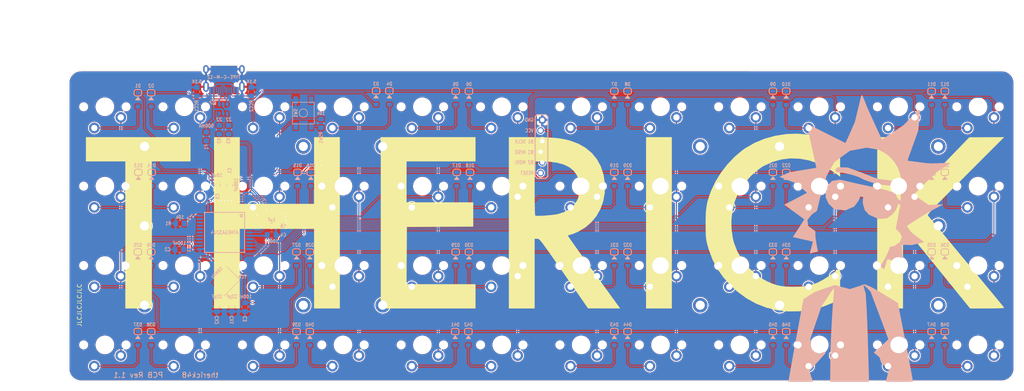
<source format=kicad_pcb>
(kicad_pcb (version 20171130) (host pcbnew "(5.1.2-1)-1")
  (layers (0 F.Cu signal) (31 B.Cu signal) (34 B.Paste user) (35 F.Paste user) (36 B.SilkS user) (37 F.SilkS user hide) (38 B.Mask user) (39 F.Mask user) (44 Edge.Cuts user))
  (net 0 "")
  (net 1 "Net-(D1-Pad2)")
  (net 2 "Net-(D2-Pad2)")
  (net 3 "Net-(D3-Pad2)")
  (net 4 "Net-(D4-Pad2)")
  (net 5 "Net-(D5-Pad2)")
  (net 6 "Net-(D6-Pad2)")
  (net 7 "Net-(D7-Pad2)")
  (net 8 "Net-(D8-Pad2)")
  (net 9 "Net-(D9-Pad2)")
  (net 10 "Net-(D10-Pad2)")
  (net 11 "Net-(D11-Pad2)")
  (net 12 "Net-(D12-Pad2)")
  (net 13 "Net-(D13-Pad2)")
  (net 14 "Net-(D14-Pad2)")
  (net 15 "Net-(D15-Pad2)")
  (net 16 "Net-(D16-Pad2)")
  (net 17 "Net-(D17-Pad2)")
  (net 18 "Net-(D18-Pad2)")
  (net 19 "Net-(D19-Pad2)")
  (net 20 "Net-(D20-Pad2)")
  (net 21 "Net-(D21-Pad2)")
  (net 22 "Net-(D22-Pad2)")
  (net 23 "Net-(D23-Pad2)")
  (net 24 "Net-(D24-Pad2)")
  (net 25 "Net-(D25-Pad2)")
  (net 26 "Net-(D26-Pad2)")
  (net 27 "Net-(D27-Pad2)")
  (net 28 "Net-(D28-Pad2)")
  (net 29 "Net-(D29-Pad2)")
  (net 30 "Net-(D30-Pad2)")
  (net 31 "Net-(D31-Pad2)")
  (net 32 "Net-(D32-Pad2)")
  (net 33 "Net-(D33-Pad2)")
  (net 34 "Net-(D34-Pad2)")
  (net 35 "Net-(D35-Pad2)")
  (net 36 "Net-(D36-Pad2)")
  (net 37 "Net-(D37-Pad2)")
  (net 38 "Net-(D38-Pad2)")
  (net 39 "Net-(D39-Pad2)")
  (net 40 "Net-(D40-Pad2)")
  (net 41 "Net-(D41-Pad2)")
  (net 42 "Net-(D42-Pad2)")
  (net 43 "Net-(D43-Pad2)")
  (net 44 "Net-(D44-Pad2)")
  (net 45 "Net-(D45-Pad2)")
  (net 46 "Net-(D46-Pad2)")
  (net 47 "Net-(D47-Pad2)")
  (net 48 "Net-(D48-Pad2)")
  (net 49 VCC)
  (net 50 "Net-(R3-Pad1)")
  (net 51 "Net-(C6-Pad1)")
  (net 52 XTAL1)
  (net 53 XTAL2)
  (net 54 row0)
  (net 55 row1)
  (net 56 row2)
  (net 57 row3)
  (net 58 D-)
  (net 59 D+)
  (net 60 col0)
  (net 61 col1)
  (net 62 col2)
  (net 63 col3)
  (net 64 col4)
  (net 65 col5)
  (net 66 col6)
  (net 67 col7)
  (net 68 col8)
  (net 69 col9)
  (net 70 col10)
  (net 71 col11)
  (net 72 "Net-(R1-Pad2)")
  (net 73 "Net-(R2-Pad1)")
  (net 74 VBUS)
  (net 75 D-BUS)
  (net 76 D+BUS)
  (net 77 "Net-(J1-PadB5)")
  (net 78 "Net-(J1-PadA5)")
  (net 79 ISP_Reset)
  (net 80 GND)
  (module Artwork:THERICK (layer F.Cu) (at 159.98 72.96)
    (fp_text reference U4 hide)
    (fp_text value HOLE hide)
  )
  (module random-keyboard-parts:Generic-Mounthole (layer F.Cu) (at 197.98 53.96)
    (fp_text reference H14)
    (fp_text value MountingHole)
    (pad 1 thru_hole circle (at 0 0) (size 3.5 3.5) (drill 2.2) (layers *.Cu *.Mask))
  )
  (module random-keyboard-parts:Generic-Mounthole (layer F.Cu) (at 121.98 53.96)
    (fp_text reference H13)
    (fp_text value MountingHole)
    (pad 1 thru_hole circle (at 0 0) (size 3.5 3.5) (drill 2.2) (layers *.Cu *.Mask))
  )
  (module random-keyboard-parts:Generic-Mounthole (layer F.Cu) (at 197.98 91.96)
    (fp_text reference H12)
    (fp_text value MountingHole)
    (pad 1 thru_hole circle (at 0 0) (size 3.5 3.5) (drill 2.2) (layers *.Cu *.Mask))
  )
  (module random-keyboard-parts:Generic-Mounthole (layer F.Cu) (at 254.98 91.96)
    (fp_text reference H11)
    (fp_text value MountingHole)
    (pad 1 thru_hole circle (at 0 0) (size 3.5 3.5) (drill 2.2) (layers *.Cu *.Mask))
  )
  (module random-keyboard-parts:Generic-Mounthole (layer F.Cu) (at 121.98 91.96)
    (fp_text reference H10)
    (fp_text value MountingHole)
    (pad 1 thru_hole circle (at 0 0) (size 3.5 3.5) (drill 2.2) (layers *.Cu *.Mask))
  )
  (module random-keyboard-parts:Generic-Mounthole (layer F.Cu) (at 64.98 91.96)
    (fp_text reference H9)
    (fp_text value MountingHole)
    (pad 1 thru_hole circle (at 0 0) (size 3.5 3.5) (drill 2.2) (layers *.Cu *.Mask))
  )
  (module random-keyboard-parts:Generic-Mounthole (layer F.Cu) (at 254.98 53.96)
    (fp_text reference H8)
    (fp_text value MountingHole)
    (pad 1 thru_hole circle (at 0 0) (size 3.5 3.5) (drill 2.2) (layers *.Cu *.Mask))
  )
  (module random-keyboard-parts:Generic-Mounthole (layer F.Cu) (at 64.98 53.96)
    (fp_text reference H7)
    (fp_text value MountingHole)
    (pad 1 thru_hole circle (at 0 0) (size 3.5 3.5) (drill 2.2) (layers *.Cu *.Mask))
  )
  (module random-keyboard-parts:Generic-Mounthole (layer F.Cu) (at 254.98 72.96)
    (fp_text reference H6)
    (fp_text value MountingHole)
    (pad 1 thru_hole circle (at 0 0) (size 3.5 3.5) (drill 2.2) (layers *.Cu *.Mask))
  )
  (module random-keyboard-parts:Generic-Mounthole (layer F.Cu) (at 216.98 91.96)
    (fp_text reference H5)
    (fp_text value MountingHole)
    (pad 1 thru_hole circle (at 0 0) (size 3.5 3.5) (drill 2.2) (layers *.Cu *.Mask))
  )
  (module random-keyboard-parts:Generic-Mounthole (layer F.Cu) (at 216.98 53.96)
    (fp_text reference H4)
    (fp_text value MountingHole)
    (pad 1 thru_hole circle (at 0 0) (size 3.5 3.5) (drill 2.2) (layers *.Cu *.Mask))
  )
  (module random-keyboard-parts:Generic-Mounthole (layer F.Cu) (at 102.98 91.96)
    (fp_text reference H3)
    (fp_text value MountingHole)
    (pad 1 thru_hole circle (at 0 0) (size 3.5 3.5) (drill 2.2) (layers *.Cu *.Mask))
  )
  (module random-keyboard-parts:Generic-Mounthole (layer F.Cu) (at 102.98 53.96)
    (fp_text reference H2)
    (fp_text value MountingHole)
    (pad 1 thru_hole circle (at 0 0) (size 3.5 3.5) (drill 2.2) (layers *.Cu *.Mask))
  )
  (module random-keyboard-parts:Generic-Mounthole (layer F.Cu) (at 64.98 72.96)
    (fp_text reference H1)
    (fp_text value MountingHole)
    (pad 1 thru_hole circle (at 0 0) (size 3.5 3.5) (drill 2.2) (layers *.Cu *.Mask))
  )
  (module Keeb_footprints:PIN_HEADER_1x6_OFFSET (layer B.Cu) (at 159.98 53.96 180)
    (fp_text reference J2)
    (fp_text value AVR-ISP-6_mod hide)
    (fp_text user GND (at 1.7907 6.3627) (layer B.SilkS) (effects (font (size 0.8 0.7)) (justify left mirror)))
    (fp_text user VCC (at 1.7907 3.8227) (layer B.SilkS) (effects (font (size 0.8 0.7)) (justify left mirror)))
    (fp_text user RESET (at 1.778 -6.35) (layer B.SilkS) (effects (font (size 0.8 0.7)) (justify left mirror)))
    (fp_text user "B1 SCLK" (at 1.7907 1.1557) (layer B.SilkS) (effects (font (size 0.8 0.7)) (justify left mirror)))
    (fp_text user "B2 MOSI" (at 1.778 -3.81) (layer B.SilkS) (effects (font (size 0.8 0.7)) (justify left mirror)))
    (fp_text user "B3 MISO" (at 1.778 -1.397) (layer B.SilkS) (effects (font (size 0.8 0.7)) (justify left mirror)))
    (pad 6 thru_hole roundrect (at -0.2032 6.35 180) (size 1.6002 1.6002) (drill 1.0668) (layers *.Cu *.Mask) (net 80 GND))
    (pad 2 thru_hole circle (at 0.2032 3.81 180) (size 1.6002 1.6002) (drill 1.0668) (layers *.Cu *.Mask) (net 49 VCC))
    (pad 5 thru_hole circle (at -0.2032 1.27 180) (size 1.6002 1.6002) (drill 1.0668) (layers *.Cu *.Mask) (net 69 col9))
    (pad 3 thru_hole circle (at 0.2032 -1.27 180) (size 1.6002 1.6002) (drill 1.0668) (layers *.Cu *.Mask) (net 71 col11))
    (pad 4 thru_hole circle (at -0.2032 -3.81 180) (size 1.6002 1.6002) (drill 1.0668) (layers *.Cu *.Mask) (net 70 col10))
    (pad 1 thru_hole circle (at 0.2032 -6.35 180) (size 1.6002 1.6002) (drill 1.0668) (layers *.Cu *.Mask) (net 79 ISP_Reset))
  )
  (module Capacitor_SMD:C_0805_2012Metric_Pad1.15x1.40mm_HandSolder (layer B.Cu) (at 85.3505 63.194 90)
    (fp_text reference C1 (at 3.429 -0.0254 90) (layer B.SilkS) (effects (font (size 0.8 0.7)) (justify mirror)))
    (fp_text value 100nF)
    (fp_text user %V (at 0 1.524 90) (layer B.SilkS) (effects (font (size 0.8 0.7)) (justify mirror)))
    (pad 2 smd roundrect (at 1.025 0 90) (size 1.15 1.4) (layers B.Cu B.Paste B.Mask) (roundrect_rratio 0.217391) (net 80 GND))
    (pad 1 smd roundrect (at -1.025 0 90) (size 1.15 1.4) (layers B.Cu B.Paste B.Mask) (roundrect_rratio 0.217391) (net 49 VCC))
  )
  (module random-keyboard-parts:SKQG-1155865 (layer B.Cu) (at 102.98 45.98 90)
    (fp_text reference SW1 (at 0 -1.8415 270) (layer B.SilkS) (effects (font (size 0.8 0.7)) (justify mirror)))
    (fp_text value SW_PUSH)
    (pad 4 smd rect (at -3.1 -1.85 90) (size 1.8 1.1) (layers B.Cu B.Paste B.Mask))
    (pad 3 smd rect (at 3.1 1.85 90) (size 1.8 1.1) (layers B.Cu B.Paste B.Mask))
    (pad 2 smd rect (at -3.1 1.85 90) (size 1.8 1.1) (layers B.Cu B.Paste B.Mask) (net 79 ISP_Reset))
    (pad 1 smd rect (at 3.1 -1.85 90) (size 1.8 1.1) (layers B.Cu B.Paste B.Mask) (net 80 GND))
  )
  (module Capacitor_SMD:C_0805_2012Metric_Pad1.15x1.40mm_HandSolder (layer B.Cu) (at 95.377 75.13)
    (fp_text reference C4 (at 2.8 0) (layer B.SilkS) (effects (font (size 0.8 0.7)) (justify mirror)))
    (fp_text value 100nF)
    (fp_text user %V (at 0 1.524) (layer B.SilkS) (effects (font (size 0.8 0.7)) (justify mirror)))
    (pad 2 smd roundrect (at 1.025 0) (size 1.15 1.4) (layers B.Cu B.Paste B.Mask) (roundrect_rratio 0.217391) (net 80 GND))
    (pad 1 smd roundrect (at -1.025 0) (size 1.15 1.4) (layers B.Cu B.Paste B.Mask) (roundrect_rratio 0.217391) (net 49 VCC))
  )
  (module Capacitor_SMD:C_0805_2012Metric_Pad1.15x1.40mm_HandSolder (layer B.Cu) (at 95.377 73.025)
    (fp_text reference C6 (at 2.8 -0.075) (layer B.SilkS) (effects (font (size 0.8 0.7)) (justify mirror)))
    (fp_text value 1uF)
    (fp_text user %V (at 0 -1.524) (layer B.SilkS) (effects (font (size 0.8 0.7)) (justify mirror)))
    (pad 2 smd roundrect (at 1.025 0) (size 1.15 1.4) (layers B.Cu B.Paste B.Mask) (roundrect_rratio 0.217391) (net 80 GND))
    (pad 1 smd roundrect (at -1.025 0) (size 1.15 1.4) (layers B.Cu B.Paste B.Mask) (roundrect_rratio 0.217391) (net 51 "Net-(C6-Pad1)"))
  )
  (module Capacitor_SMD:C_0805_2012Metric_Pad1.15x1.40mm_HandSolder (layer B.Cu) (at 89.019 92.425 270)
    (fp_text reference C3 (at 2.8 -0.008 270) (layer B.SilkS) (effects (font (size 0.8 0.7)) (justify mirror)))
    (fp_text value 100nF)
    (fp_text user %V (at -2.54 0 180) (layer B.SilkS) (effects (font (size 0.8 0.7)) (justify mirror)))
    (pad 2 smd roundrect (at 1.025 0 270) (size 1.15 1.4) (layers B.Cu B.Paste B.Mask) (roundrect_rratio 0.217391) (net 80 GND))
    (pad 1 smd roundrect (at -1.025 0 270) (size 1.15 1.4) (layers B.Cu B.Paste B.Mask) (roundrect_rratio 0.217391) (net 49 VCC))
  )
  (module Capacitor_SMD:C_0805_2012Metric_Pad1.15x1.40mm_HandSolder (layer B.Cu) (at 85.852 92.425 270)
    (fp_text reference CX1 (at 3.079 0 270) (layer B.SilkS) (effects (font (size 0.8 0.7)) (justify mirror)))
    (fp_text value 22pF)
    (fp_text user %V (at -2.54 0 180) (layer B.SilkS) (effects (font (size 0.8 0.7)) (justify mirror)))
    (pad 2 smd roundrect (at 1.025 0 270) (size 1.15 1.4) (layers B.Cu B.Paste B.Mask) (roundrect_rratio 0.217391) (net 80 GND))
    (pad 1 smd roundrect (at -1.025 0 270) (size 1.15 1.4) (layers B.Cu B.Paste B.Mask) (roundrect_rratio 0.217391) (net 52 XTAL1))
  )
  (module Capacitor_SMD:C_0805_2012Metric_Pad1.15x1.40mm_HandSolder (layer B.Cu) (at 82.296 92.425 270)
    (fp_text reference CX2 (at 3.079 0 270) (layer B.SilkS) (effects (font (size 0.8 0.7)) (justify mirror)))
    (fp_text value 22pF)
    (fp_text user %V (at -2.54 0 180) (layer B.SilkS) (effects (font (size 0.8 0.7)) (justify mirror)))
    (pad 2 smd roundrect (at 1.025 0 270) (size 1.15 1.4) (layers B.Cu B.Paste B.Mask) (roundrect_rratio 0.217391) (net 80 GND))
    (pad 1 smd roundrect (at -1.025 0 270) (size 1.15 1.4) (layers B.Cu B.Paste B.Mask) (roundrect_rratio 0.217391) (net 53 XTAL2))
  )
  (module Crystal:Crystal_SMD_3225-4Pin_3.2x2.5mm_HandSoldering (layer B.Cu) (at 84.3375 86.225 225)
    (fp_text reference Y1 (at -3.937 -2.413) (layer B.SilkS) (effects (font (size 0.8 0.7)) (justify mirror)))
    (fp_text value 16MHz)
    (fp_text user %V (at 0 2.921 45) (layer B.SilkS) (effects (font (size 0.8 0.7)) (justify mirror)))
    (pad 4 smd rect (at -1.45 1.15 225) (size 2.1 1.8) (layers B.Cu B.Paste B.Mask) (net 80 GND))
    (pad 3 smd rect (at 1.45 1.15 225) (size 2.1 1.8) (layers B.Cu B.Paste B.Mask) (net 53 XTAL2))
    (pad 2 smd rect (at 1.45 -1.15 225) (size 2.1 1.8) (layers B.Cu B.Paste B.Mask) (net 80 GND))
    (pad 1 smd rect (at -1.45 -1.15 225) (size 2.1 1.8) (layers B.Cu B.Paste B.Mask) (net 52 XTAL1))
  )
  (module Capacitor_SMD:C_0805_2012Metric_Pad1.15x1.40mm_HandSolder (layer B.Cu) (at 82.427 63.194 90)
    (fp_text reference C5 (at -2.719 0 270) (layer B.SilkS) (effects (font (size 0.8 0.7)) (justify mirror)))
    (fp_text value 10uF)
    (fp_text user %V (at 2.361 -0.131 180) (layer B.SilkS) (effects (font (size 0.8 0.7)) (justify mirror)))
    (pad 1 smd roundrect (at -1.025 0 90) (size 1.15 1.4) (layers B.Cu B.Paste B.Mask) (roundrect_rratio 0.217391) (net 49 VCC))
    (pad 2 smd roundrect (at 1.025 0 90) (size 1.15 1.4) (layers B.Cu B.Paste B.Mask) (roundrect_rratio 0.217391) (net 80 GND))
  )
  (module Resistor_SMD:R_0805_2012Metric_Pad1.15x1.40mm_HandSolder (layer B.Cu) (at 73.4375 72.39)
    (fp_text reference R1 (at -2.8 0) (layer B.SilkS) (effects (font (size 0.8 0.7)) (justify mirror)))
    (fp_text value 10k)
    (fp_text user %V (at 0 -1.524) (layer B.SilkS) (effects (font (size 0.8 0.7)) (justify mirror)))
    (pad 2 smd roundrect (at 1.025 0) (size 1.15 1.4) (layers B.Cu B.Paste B.Mask) (roundrect_rratio 0.217391) (net 72 "Net-(R1-Pad2)"))
    (pad 1 smd roundrect (at -1.025 0) (size 1.15 1.4) (layers B.Cu B.Paste B.Mask) (roundrect_rratio 0.217391) (net 80 GND))
  )
  (module Resistor_SMD:R_0805_2012Metric_Pad1.15x1.40mm_HandSolder (layer B.Cu) (at 107.188 48.41875 90)
    (fp_text reference RSW1 (at -3.429 0 90) (layer B.SilkS) (effects (font (size 0.8 0.7)) (justify mirror)))
    (fp_text value 10k)
    (fp_text user %V (at 2.413 0 180) (layer B.SilkS) (effects (font (size 0.8 0.7)) (justify mirror)))
    (pad 2 smd roundrect (at 1.025 0 90) (size 1.15 1.4) (layers B.Cu B.Paste B.Mask) (roundrect_rratio 0.217391) (net 49 VCC))
    (pad 1 smd roundrect (at -1.025 0 90) (size 1.15 1.4) (layers B.Cu B.Paste B.Mask) (roundrect_rratio 0.217391) (net 79 ISP_Reset))
  )
  (module Fuse:Fuse_0805_2012Metric_Pad1.15x1.40mm_HandSolder (layer B.Cu) (at 79.756 51.562 90)
    (fp_text reference F1 (at -2.54 0 90) (layer B.SilkS) (effects (font (size 0.8 0.7)) (justify mirror)))
    (fp_text value 500mA)
    (fp_text user %V (at 2.54 0 180) (layer B.SilkS) (effects (font (size 0.8 0.7)) (justify mirror)))
    (pad 2 smd roundrect (at 1.025 0 90) (size 1.15 1.4) (layers B.Cu B.Paste B.Mask) (roundrect_rratio 0.217391) (net 74 VBUS))
    (pad 1 smd roundrect (at -1.025 0 90) (size 1.15 1.4) (layers B.Cu B.Paste B.Mask) (roundrect_rratio 0.217391) (net 49 VCC))
  )
  (module Resistor_SMD:R_0805_2012Metric_Pad1.15x1.40mm_HandSolder (layer B.Cu) (at 85.09 49.943 90)
    (fp_text reference R3 (at -2.635 -0.0205 270) (layer B.SilkS) (effects (font (size 0.8 0.7)) (justify mirror)))
    (fp_text value 22)
    (fp_text user %V (at 2.413 0 180) (layer B.SilkS) (effects (font (size 0.8 0.7)) (justify mirror)))
    (pad 2 smd roundrect (at 1.025 0 90) (size 1.15 1.4) (layers B.Cu B.Paste B.Mask) (roundrect_rratio 0.217391) (net 59 D+))
    (pad 1 smd roundrect (at -1.025 0 90) (size 1.15 1.4) (layers B.Cu B.Paste B.Mask) (roundrect_rratio 0.217391) (net 50 "Net-(R3-Pad1)"))
  )
  (module Resistor_SMD:R_0805_2012Metric_Pad1.15x1.40mm_HandSolder (layer B.Cu) (at 82.847 49.943 90)
    (fp_text reference R2 (at -2.635 0 270) (layer B.SilkS) (effects (font (size 0.8 0.7)) (justify mirror)))
    (fp_text value 22)
    (fp_text user %V (at 2.413 0 180) (layer B.SilkS) (effects (font (size 0.8 0.7)) (justify mirror)))
    (pad 2 smd roundrect (at 1.025 0 90) (size 1.15 1.4) (layers B.Cu B.Paste B.Mask) (roundrect_rratio 0.217391) (net 58 D-))
    (pad 1 smd roundrect (at -1.025 0 90) (size 1.15 1.4) (layers B.Cu B.Paste B.Mask) (roundrect_rratio 0.217391) (net 73 "Net-(R2-Pad1)"))
  )
  (module Resistor_SMD:R_0805_2012Metric_Pad1.15x1.40mm_HandSolder (layer B.Cu) (at 90.536 40.852 270)
    (fp_text reference RCC2 (at 3.429 0 270) (layer B.SilkS) (effects (font (size 0.8 0.7)) (justify mirror)))
    (fp_text value 5.1K)
    (fp_text user %V (at -2.413 0 180) (layer B.SilkS) (effects (font (size 0.8 0.7)) (justify mirror)))
    (pad 2 smd roundrect (at 1.025 0 270) (size 1.15 1.4) (layers B.Cu B.Paste B.Mask) (roundrect_rratio 0.217391) (net 77 "Net-(J1-PadB5)"))
    (pad 1 smd roundrect (at -1.025 0 270) (size 1.15 1.4) (layers B.Cu B.Paste B.Mask) (roundrect_rratio 0.217391) (net 80 GND))
  )
  (module Resistor_SMD:R_0805_2012Metric_Pad1.15x1.40mm_HandSolder (layer B.Cu) (at 77.455 40.852 270)
    (fp_text reference RCC1 (at 3.429 0 270) (layer B.SilkS) (effects (font (size 0.8 0.7)) (justify mirror)))
    (fp_text value 5.1K)
    (fp_text user %V (at -2.413 0 180) (layer B.SilkS) (effects (font (size 0.8 0.7)) (justify mirror)))
    (pad 2 smd roundrect (at 1.025 0 270) (size 1.15 1.4) (layers B.Cu B.Paste B.Mask) (roundrect_rratio 0.217391) (net 78 "Net-(J1-PadA5)"))
    (pad 1 smd roundrect (at -1.025 0 270) (size 1.15 1.4) (layers B.Cu B.Paste B.Mask) (roundrect_rratio 0.217391) (net 80 GND))
  )
  (module Capacitor_SMD:C_0805_2012Metric_Pad1.15x1.40mm_HandSolder (layer B.Cu) (at 73.279 78.613 180)
    (fp_text reference C2 (at 2.794 -0.004 180) (layer B.SilkS) (effects (font (size 0.8 0.7)) (justify mirror)))
    (fp_text value 100nF)
    (fp_text user %V (at 0 1.524 180) (layer B.SilkS) (effects (font (size 0.8 0.7)) (justify mirror)))
    (pad 2 smd roundrect (at 1.025 0 180) (size 1.15 1.4) (layers B.Cu B.Paste B.Mask) (roundrect_rratio 0.217391) (net 80 GND))
    (pad 1 smd roundrect (at -1.025 0 180) (size 1.15 1.4) (layers B.Cu B.Paste B.Mask) (roundrect_rratio 0.217391) (net 49 VCC))
  )
  (module Keeb_footprints:D_SOD-123_modified (layer B.Cu) (at 142.875 61.801375 270)
    (fp_text reference D18 (at -3.302 0 180) (layer B.SilkS) (effects (font (size 0.8 0.7)) (justify mirror)))
    (fp_text value D)
    (pad 2 smd roundrect (at 1.65 0 270) (size 1 1.2) (layers B.Cu B.Paste B.Mask) (net 18 "Net-(D18-Pad2)"))
    (pad 1 smd roundrect (at -1.65 0 270) (size 1 1.2) (layers B.Cu B.Paste B.Mask) (net 55 row1))
  )
  (module Keeb_footprints:MX100 (layer F.Cu) (at 264.5054 101.4473)
    (fp_text reference K48)
    (fp_text value KEYSW)
    (pad 1 thru_hole circle (at 3.7846 2.5527 270) (size 2.54 2.54) (drill 1.525) (layers *.Cu *.Mask) (net 71 col11))
    (pad 2 thru_hole circle (at -2.5654 5.0927) (size 2.54 2.54) (drill 1.525) (layers *.Cu *.Mask) (net 48 "Net-(D48-Pad2)"))
    (pad "" np_thru_hole circle (at -5.1054 0.0127) (size 1.7018 1.7018) (drill 1.7018) (layers *.Cu *.Mask))
    (pad "" np_thru_hole circle (at 5.0546 0.0127) (size 1.7018 1.7018) (drill 1.7018) (layers *.Cu *.Mask))
    (pad "" np_thru_hole circle (at -0.0254 0.0127) (size 3.9878 3.9878) (drill 3.9878) (layers *.Cu *.Mask))
  )
  (module Keeb_footprints:MX100 (layer F.Cu) (at 245.5054 101.4473)
    (fp_text reference K47)
    (fp_text value KEYSW)
    (pad 1 thru_hole circle (at 3.7846 2.5527 270) (size 2.54 2.54) (drill 1.525) (layers *.Cu *.Mask) (net 70 col10))
    (pad 2 thru_hole circle (at -2.5654 5.0927) (size 2.54 2.54) (drill 1.525) (layers *.Cu *.Mask) (net 47 "Net-(D47-Pad2)"))
    (pad "" np_thru_hole circle (at -5.1054 0.0127) (size 1.7018 1.7018) (drill 1.7018) (layers *.Cu *.Mask))
    (pad "" np_thru_hole circle (at 5.0546 0.0127) (size 1.7018 1.7018) (drill 1.7018) (layers *.Cu *.Mask))
    (pad "" np_thru_hole circle (at -0.0254 0.0127) (size 3.9878 3.9878) (drill 3.9878) (layers *.Cu *.Mask))
  )
  (module Keeb_footprints:MX100 (layer F.Cu) (at 226.5054 101.4473)
    (fp_text reference K46)
    (fp_text value KEYSW)
    (pad 1 thru_hole circle (at 3.7846 2.5527 270) (size 2.54 2.54) (drill 1.525) (layers *.Cu *.Mask) (net 69 col9))
    (pad 2 thru_hole circle (at -2.5654 5.0927) (size 2.54 2.54) (drill 1.525) (layers *.Cu *.Mask) (net 46 "Net-(D46-Pad2)"))
    (pad "" np_thru_hole circle (at -5.1054 0.0127) (size 1.7018 1.7018) (drill 1.7018) (layers *.Cu *.Mask))
    (pad "" np_thru_hole circle (at 5.0546 0.0127) (size 1.7018 1.7018) (drill 1.7018) (layers *.Cu *.Mask))
    (pad "" np_thru_hole circle (at -0.0254 0.0127) (size 3.9878 3.9878) (drill 3.9878) (layers *.Cu *.Mask))
  )
  (module Keeb_footprints:MX100 (layer F.Cu) (at 207.5054 101.4473)
    (fp_text reference K45)
    (fp_text value KEYSW)
    (pad 1 thru_hole circle (at 3.7846 2.5527 270) (size 2.54 2.54) (drill 1.525) (layers *.Cu *.Mask) (net 68 col8))
    (pad 2 thru_hole circle (at -2.5654 5.0927) (size 2.54 2.54) (drill 1.525) (layers *.Cu *.Mask) (net 45 "Net-(D45-Pad2)"))
    (pad "" np_thru_hole circle (at -5.1054 0.0127) (size 1.7018 1.7018) (drill 1.7018) (layers *.Cu *.Mask))
    (pad "" np_thru_hole circle (at 5.0546 0.0127) (size 1.7018 1.7018) (drill 1.7018) (layers *.Cu *.Mask))
    (pad "" np_thru_hole circle (at -0.0254 0.0127) (size 3.9878 3.9878) (drill 3.9878) (layers *.Cu *.Mask))
  )
  (module Keeb_footprints:MX100 (layer F.Cu) (at 188.5054 101.4473)
    (fp_text reference K44)
    (fp_text value KEYSW)
    (pad 1 thru_hole circle (at 3.7846 2.5527 270) (size 2.54 2.54) (drill 1.525) (layers *.Cu *.Mask) (net 67 col7))
    (pad 2 thru_hole circle (at -2.5654 5.0927) (size 2.54 2.54) (drill 1.525) (layers *.Cu *.Mask) (net 44 "Net-(D44-Pad2)"))
    (pad "" np_thru_hole circle (at -5.1054 0.0127) (size 1.7018 1.7018) (drill 1.7018) (layers *.Cu *.Mask))
    (pad "" np_thru_hole circle (at 5.0546 0.0127) (size 1.7018 1.7018) (drill 1.7018) (layers *.Cu *.Mask))
    (pad "" np_thru_hole circle (at -0.0254 0.0127) (size 3.9878 3.9878) (drill 3.9878) (layers *.Cu *.Mask))
  )
  (module Keeb_footprints:MX100 (layer F.Cu) (at 169.5054 101.4473)
    (fp_text reference K43)
    (fp_text value KEYSW)
    (pad 1 thru_hole circle (at 3.7846 2.5527 270) (size 2.54 2.54) (drill 1.525) (layers *.Cu *.Mask) (net 66 col6))
    (pad 2 thru_hole circle (at -2.5654 5.0927) (size 2.54 2.54) (drill 1.525) (layers *.Cu *.Mask) (net 43 "Net-(D43-Pad2)"))
    (pad "" np_thru_hole circle (at -5.1054 0.0127) (size 1.7018 1.7018) (drill 1.7018) (layers *.Cu *.Mask))
    (pad "" np_thru_hole circle (at 5.0546 0.0127) (size 1.7018 1.7018) (drill 1.7018) (layers *.Cu *.Mask))
    (pad "" np_thru_hole circle (at -0.0254 0.0127) (size 3.9878 3.9878) (drill 3.9878) (layers *.Cu *.Mask))
  )
  (module Keeb_footprints:MX100 (layer F.Cu) (at 150.5054 101.4473)
    (fp_text reference K42)
    (fp_text value KEYSW)
    (pad 1 thru_hole circle (at 3.7846 2.5527 270) (size 2.54 2.54) (drill 1.525) (layers *.Cu *.Mask) (net 65 col5))
    (pad 2 thru_hole circle (at -2.5654 5.0927) (size 2.54 2.54) (drill 1.525) (layers *.Cu *.Mask) (net 42 "Net-(D42-Pad2)"))
    (pad "" np_thru_hole circle (at -5.1054 0.0127) (size 1.7018 1.7018) (drill 1.7018) (layers *.Cu *.Mask))
    (pad "" np_thru_hole circle (at 5.0546 0.0127) (size 1.7018 1.7018) (drill 1.7018) (layers *.Cu *.Mask))
    (pad "" np_thru_hole circle (at -0.0254 0.0127) (size 3.9878 3.9878) (drill 3.9878) (layers *.Cu *.Mask))
  )
  (module Keeb_footprints:MX100 (layer F.Cu) (at 131.5054 101.4473)
    (fp_text reference K41)
    (fp_text value KEYSW)
    (pad 1 thru_hole circle (at 3.7846 2.5527 270) (size 2.54 2.54) (drill 1.525) (layers *.Cu *.Mask) (net 64 col4))
    (pad 2 thru_hole circle (at -2.5654 5.0927) (size 2.54 2.54) (drill 1.525) (layers *.Cu *.Mask) (net 41 "Net-(D41-Pad2)"))
    (pad "" np_thru_hole circle (at -5.1054 0.0127) (size 1.7018 1.7018) (drill 1.7018) (layers *.Cu *.Mask))
    (pad "" np_thru_hole circle (at 5.0546 0.0127) (size 1.7018 1.7018) (drill 1.7018) (layers *.Cu *.Mask))
    (pad "" np_thru_hole circle (at -0.0254 0.0127) (size 3.9878 3.9878) (drill 3.9878) (layers *.Cu *.Mask))
  )
  (module Keeb_footprints:MX100 (layer F.Cu) (at 112.5054 101.4473)
    (fp_text reference K40)
    (fp_text value KEYSW)
    (pad 1 thru_hole circle (at 3.7846 2.5527 270) (size 2.54 2.54) (drill 1.525) (layers *.Cu *.Mask) (net 63 col3))
    (pad 2 thru_hole circle (at -2.5654 5.0927) (size 2.54 2.54) (drill 1.525) (layers *.Cu *.Mask) (net 40 "Net-(D40-Pad2)"))
    (pad "" np_thru_hole circle (at -5.1054 0.0127) (size 1.7018 1.7018) (drill 1.7018) (layers *.Cu *.Mask))
    (pad "" np_thru_hole circle (at 5.0546 0.0127) (size 1.7018 1.7018) (drill 1.7018) (layers *.Cu *.Mask))
    (pad "" np_thru_hole circle (at -0.0254 0.0127) (size 3.9878 3.9878) (drill 3.9878) (layers *.Cu *.Mask))
  )
  (module Keeb_footprints:MX100 (layer F.Cu) (at 93.5054 101.4473)
    (fp_text reference K39)
    (fp_text value KEYSW)
    (pad 1 thru_hole circle (at 3.7846 2.5527 270) (size 2.54 2.54) (drill 1.525) (layers *.Cu *.Mask) (net 62 col2))
    (pad 2 thru_hole circle (at -2.5654 5.0927) (size 2.54 2.54) (drill 1.525) (layers *.Cu *.Mask) (net 39 "Net-(D39-Pad2)"))
    (pad "" np_thru_hole circle (at -5.1054 0.0127) (size 1.7018 1.7018) (drill 1.7018) (layers *.Cu *.Mask))
    (pad "" np_thru_hole circle (at 5.0546 0.0127) (size 1.7018 1.7018) (drill 1.7018) (layers *.Cu *.Mask))
    (pad "" np_thru_hole circle (at -0.0254 0.0127) (size 3.9878 3.9878) (drill 3.9878) (layers *.Cu *.Mask))
  )
  (module Keeb_footprints:MX100 (layer F.Cu) (at 74.5054 101.4473)
    (fp_text reference K38)
    (fp_text value KEYSW)
    (pad 1 thru_hole circle (at 3.7846 2.5527 270) (size 2.54 2.54) (drill 1.525) (layers *.Cu *.Mask) (net 61 col1))
    (pad 2 thru_hole circle (at -2.5654 5.0927) (size 2.54 2.54) (drill 1.525) (layers *.Cu *.Mask) (net 38 "Net-(D38-Pad2)"))
    (pad "" np_thru_hole circle (at -5.1054 0.0127) (size 1.7018 1.7018) (drill 1.7018) (layers *.Cu *.Mask))
    (pad "" np_thru_hole circle (at 5.0546 0.0127) (size 1.7018 1.7018) (drill 1.7018) (layers *.Cu *.Mask))
    (pad "" np_thru_hole circle (at -0.0254 0.0127) (size 3.9878 3.9878) (drill 3.9878) (layers *.Cu *.Mask))
  )
  (module Keeb_footprints:MX100 (layer F.Cu) (at 55.5054 101.4473)
    (fp_text reference K37)
    (fp_text value KEYSW)
    (pad 1 thru_hole circle (at 3.7846 2.5527 270) (size 2.54 2.54) (drill 1.525) (layers *.Cu *.Mask) (net 60 col0))
    (pad 2 thru_hole circle (at -2.5654 5.0927) (size 2.54 2.54) (drill 1.525) (layers *.Cu *.Mask) (net 37 "Net-(D37-Pad2)"))
    (pad "" np_thru_hole circle (at -5.1054 0.0127) (size 1.7018 1.7018) (drill 1.7018) (layers *.Cu *.Mask))
    (pad "" np_thru_hole circle (at 5.0546 0.0127) (size 1.7018 1.7018) (drill 1.7018) (layers *.Cu *.Mask))
    (pad "" np_thru_hole circle (at -0.0254 0.0127) (size 3.9878 3.9878) (drill 3.9878) (layers *.Cu *.Mask))
  )
  (module Keeb_footprints:MX100 (layer F.Cu) (at 264.5054 82.4473)
    (fp_text reference K36)
    (fp_text value KEYSW)
    (pad 1 thru_hole circle (at 3.7846 2.5527 270) (size 2.54 2.54) (drill 1.525) (layers *.Cu *.Mask) (net 71 col11))
    (pad 2 thru_hole circle (at -2.5654 5.0927) (size 2.54 2.54) (drill 1.525) (layers *.Cu *.Mask) (net 36 "Net-(D36-Pad2)"))
    (pad "" np_thru_hole circle (at -5.1054 0.0127) (size 1.7018 1.7018) (drill 1.7018) (layers *.Cu *.Mask))
    (pad "" np_thru_hole circle (at 5.0546 0.0127) (size 1.7018 1.7018) (drill 1.7018) (layers *.Cu *.Mask))
    (pad "" np_thru_hole circle (at -0.0254 0.0127) (size 3.9878 3.9878) (drill 3.9878) (layers *.Cu *.Mask))
  )
  (module Keeb_footprints:MX100 (layer F.Cu) (at 245.5054 82.4473)
    (fp_text reference K35)
    (fp_text value KEYSW)
    (pad 1 thru_hole circle (at 3.7846 2.5527 270) (size 2.54 2.54) (drill 1.525) (layers *.Cu *.Mask) (net 70 col10))
    (pad 2 thru_hole circle (at -2.5654 5.0927) (size 2.54 2.54) (drill 1.525) (layers *.Cu *.Mask) (net 35 "Net-(D35-Pad2)"))
    (pad "" np_thru_hole circle (at -5.1054 0.0127) (size 1.7018 1.7018) (drill 1.7018) (layers *.Cu *.Mask))
    (pad "" np_thru_hole circle (at 5.0546 0.0127) (size 1.7018 1.7018) (drill 1.7018) (layers *.Cu *.Mask))
    (pad "" np_thru_hole circle (at -0.0254 0.0127) (size 3.9878 3.9878) (drill 3.9878) (layers *.Cu *.Mask))
  )
  (module Keeb_footprints:MX100 (layer F.Cu) (at 226.5054 82.4473)
    (fp_text reference K34)
    (fp_text value KEYSW)
    (pad 1 thru_hole circle (at 3.7846 2.5527 270) (size 2.54 2.54) (drill 1.525) (layers *.Cu *.Mask) (net 69 col9))
    (pad 2 thru_hole circle (at -2.5654 5.0927) (size 2.54 2.54) (drill 1.525) (layers *.Cu *.Mask) (net 34 "Net-(D34-Pad2)"))
    (pad "" np_thru_hole circle (at -5.1054 0.0127) (size 1.7018 1.7018) (drill 1.7018) (layers *.Cu *.Mask))
    (pad "" np_thru_hole circle (at 5.0546 0.0127) (size 1.7018 1.7018) (drill 1.7018) (layers *.Cu *.Mask))
    (pad "" np_thru_hole circle (at -0.0254 0.0127) (size 3.9878 3.9878) (drill 3.9878) (layers *.Cu *.Mask))
  )
  (module Keeb_footprints:MX100 (layer F.Cu) (at 207.5054 82.4473)
    (fp_text reference K33)
    (fp_text value KEYSW)
    (pad 1 thru_hole circle (at 3.7846 2.5527 270) (size 2.54 2.54) (drill 1.525) (layers *.Cu *.Mask) (net 68 col8))
    (pad 2 thru_hole circle (at -2.5654 5.0927) (size 2.54 2.54) (drill 1.525) (layers *.Cu *.Mask) (net 33 "Net-(D33-Pad2)"))
    (pad "" np_thru_hole circle (at -5.1054 0.0127) (size 1.7018 1.7018) (drill 1.7018) (layers *.Cu *.Mask))
    (pad "" np_thru_hole circle (at 5.0546 0.0127) (size 1.7018 1.7018) (drill 1.7018) (layers *.Cu *.Mask))
    (pad "" np_thru_hole circle (at -0.0254 0.0127) (size 3.9878 3.9878) (drill 3.9878) (layers *.Cu *.Mask))
  )
  (module Keeb_footprints:MX100 (layer F.Cu) (at 188.5054 82.4473)
    (fp_text reference K32)
    (fp_text value KEYSW)
    (pad 1 thru_hole circle (at 3.7846 2.5527 270) (size 2.54 2.54) (drill 1.525) (layers *.Cu *.Mask) (net 67 col7))
    (pad 2 thru_hole circle (at -2.5654 5.0927) (size 2.54 2.54) (drill 1.525) (layers *.Cu *.Mask) (net 32 "Net-(D32-Pad2)"))
    (pad "" np_thru_hole circle (at -5.1054 0.0127) (size 1.7018 1.7018) (drill 1.7018) (layers *.Cu *.Mask))
    (pad "" np_thru_hole circle (at 5.0546 0.0127) (size 1.7018 1.7018) (drill 1.7018) (layers *.Cu *.Mask))
    (pad "" np_thru_hole circle (at -0.0254 0.0127) (size 3.9878 3.9878) (drill 3.9878) (layers *.Cu *.Mask))
  )
  (module Keeb_footprints:MX100 (layer F.Cu) (at 169.5054 82.4473)
    (fp_text reference K31)
    (fp_text value KEYSW)
    (pad 1 thru_hole circle (at 3.7846 2.5527 270) (size 2.54 2.54) (drill 1.525) (layers *.Cu *.Mask) (net 66 col6))
    (pad 2 thru_hole circle (at -2.5654 5.0927) (size 2.54 2.54) (drill 1.525) (layers *.Cu *.Mask) (net 31 "Net-(D31-Pad2)"))
    (pad "" np_thru_hole circle (at -5.1054 0.0127) (size 1.7018 1.7018) (drill 1.7018) (layers *.Cu *.Mask))
    (pad "" np_thru_hole circle (at 5.0546 0.0127) (size 1.7018 1.7018) (drill 1.7018) (layers *.Cu *.Mask))
    (pad "" np_thru_hole circle (at -0.0254 0.0127) (size 3.9878 3.9878) (drill 3.9878) (layers *.Cu *.Mask))
  )
  (module Keeb_footprints:MX100 (layer F.Cu) (at 150.5054 82.4473)
    (fp_text reference K30)
    (fp_text value KEYSW)
    (pad 1 thru_hole circle (at 3.7846 2.5527 270) (size 2.54 2.54) (drill 1.525) (layers *.Cu *.Mask) (net 65 col5))
    (pad 2 thru_hole circle (at -2.5654 5.0927) (size 2.54 2.54) (drill 1.525) (layers *.Cu *.Mask) (net 30 "Net-(D30-Pad2)"))
    (pad "" np_thru_hole circle (at -5.1054 0.0127) (size 1.7018 1.7018) (drill 1.7018) (layers *.Cu *.Mask))
    (pad "" np_thru_hole circle (at 5.0546 0.0127) (size 1.7018 1.7018) (drill 1.7018) (layers *.Cu *.Mask))
    (pad "" np_thru_hole circle (at -0.0254 0.0127) (size 3.9878 3.9878) (drill 3.9878) (layers *.Cu *.Mask))
  )
  (module Keeb_footprints:MX100 (layer F.Cu) (at 131.5054 82.4473)
    (fp_text reference K29)
    (fp_text value KEYSW)
    (pad 1 thru_hole circle (at 3.7846 2.5527 270) (size 2.54 2.54) (drill 1.525) (layers *.Cu *.Mask) (net 64 col4))
    (pad 2 thru_hole circle (at -2.5654 5.0927) (size 2.54 2.54) (drill 1.525) (layers *.Cu *.Mask) (net 29 "Net-(D29-Pad2)"))
    (pad "" np_thru_hole circle (at -5.1054 0.0127) (size 1.7018 1.7018) (drill 1.7018) (layers *.Cu *.Mask))
    (pad "" np_thru_hole circle (at 5.0546 0.0127) (size 1.7018 1.7018) (drill 1.7018) (layers *.Cu *.Mask))
    (pad "" np_thru_hole circle (at -0.0254 0.0127) (size 3.9878 3.9878) (drill 3.9878) (layers *.Cu *.Mask))
  )
  (module Keeb_footprints:MX100 (layer F.Cu) (at 112.5054 82.4473)
    (fp_text reference K28)
    (fp_text value KEYSW)
    (pad 1 thru_hole circle (at 3.7846 2.5527 270) (size 2.54 2.54) (drill 1.525) (layers *.Cu *.Mask) (net 63 col3))
    (pad 2 thru_hole circle (at -2.5654 5.0927) (size 2.54 2.54) (drill 1.525) (layers *.Cu *.Mask) (net 28 "Net-(D28-Pad2)"))
    (pad "" np_thru_hole circle (at -5.1054 0.0127) (size 1.7018 1.7018) (drill 1.7018) (layers *.Cu *.Mask))
    (pad "" np_thru_hole circle (at 5.0546 0.0127) (size 1.7018 1.7018) (drill 1.7018) (layers *.Cu *.Mask))
    (pad "" np_thru_hole circle (at -0.0254 0.0127) (size 3.9878 3.9878) (drill 3.9878) (layers *.Cu *.Mask))
  )
  (module Keeb_footprints:MX100 (layer F.Cu) (at 93.5054 82.4473)
    (fp_text reference K27)
    (fp_text value KEYSW)
    (pad 1 thru_hole circle (at 3.7846 2.5527 270) (size 2.54 2.54) (drill 1.525) (layers *.Cu *.Mask) (net 62 col2))
    (pad 2 thru_hole circle (at -2.5654 5.0927) (size 2.54 2.54) (drill 1.525) (layers *.Cu *.Mask) (net 27 "Net-(D27-Pad2)"))
    (pad "" np_thru_hole circle (at -5.1054 0.0127) (size 1.7018 1.7018) (drill 1.7018) (layers *.Cu *.Mask))
    (pad "" np_thru_hole circle (at 5.0546 0.0127) (size 1.7018 1.7018) (drill 1.7018) (layers *.Cu *.Mask))
    (pad "" np_thru_hole circle (at -0.0254 0.0127) (size 3.9878 3.9878) (drill 3.9878) (layers *.Cu *.Mask))
  )
  (module Keeb_footprints:MX100 (layer F.Cu) (at 74.5054 82.4473)
    (fp_text reference K26)
    (fp_text value KEYSW)
    (pad 1 thru_hole circle (at 3.7846 2.5527 270) (size 2.54 2.54) (drill 1.525) (layers *.Cu *.Mask) (net 61 col1))
    (pad 2 thru_hole circle (at -2.5654 5.0927) (size 2.54 2.54) (drill 1.525) (layers *.Cu *.Mask) (net 26 "Net-(D26-Pad2)"))
    (pad "" np_thru_hole circle (at -5.1054 0.0127) (size 1.7018 1.7018) (drill 1.7018) (layers *.Cu *.Mask))
    (pad "" np_thru_hole circle (at 5.0546 0.0127) (size 1.7018 1.7018) (drill 1.7018) (layers *.Cu *.Mask))
    (pad "" np_thru_hole circle (at -0.0254 0.0127) (size 3.9878 3.9878) (drill 3.9878) (layers *.Cu *.Mask))
  )
  (module Keeb_footprints:MX100 (layer F.Cu) (at 55.5054 82.4473)
    (fp_text reference K25)
    (fp_text value KEYSW)
    (pad 1 thru_hole circle (at 3.7846 2.5527 270) (size 2.54 2.54) (drill 1.525) (layers *.Cu *.Mask) (net 60 col0))
    (pad 2 thru_hole circle (at -2.5654 5.0927) (size 2.54 2.54) (drill 1.525) (layers *.Cu *.Mask) (net 25 "Net-(D25-Pad2)"))
    (pad "" np_thru_hole circle (at -5.1054 0.0127) (size 1.7018 1.7018) (drill 1.7018) (layers *.Cu *.Mask))
    (pad "" np_thru_hole circle (at 5.0546 0.0127) (size 1.7018 1.7018) (drill 1.7018) (layers *.Cu *.Mask))
    (pad "" np_thru_hole circle (at -0.0254 0.0127) (size 3.9878 3.9878) (drill 3.9878) (layers *.Cu *.Mask))
  )
  (module Keeb_footprints:MX100 (layer F.Cu) (at 264.5054 63.4473)
    (fp_text reference K24)
    (fp_text value KEYSW)
    (pad 1 thru_hole circle (at 3.7846 2.5527 270) (size 2.54 2.54) (drill 1.525) (layers *.Cu *.Mask) (net 71 col11))
    (pad 2 thru_hole circle (at -2.5654 5.0927) (size 2.54 2.54) (drill 1.525) (layers *.Cu *.Mask) (net 24 "Net-(D24-Pad2)"))
    (pad "" np_thru_hole circle (at -5.1054 0.0127) (size 1.7018 1.7018) (drill 1.7018) (layers *.Cu *.Mask))
    (pad "" np_thru_hole circle (at 5.0546 0.0127) (size 1.7018 1.7018) (drill 1.7018) (layers *.Cu *.Mask))
    (pad "" np_thru_hole circle (at -0.0254 0.0127) (size 3.9878 3.9878) (drill 3.9878) (layers *.Cu *.Mask))
  )
  (module Keeb_footprints:MX100 (layer F.Cu) (at 245.5054 63.4473)
    (fp_text reference K23)
    (fp_text value KEYSW)
    (pad 1 thru_hole circle (at 3.7846 2.5527 270) (size 2.54 2.54) (drill 1.525) (layers *.Cu *.Mask) (net 70 col10))
    (pad 2 thru_hole circle (at -2.5654 5.0927) (size 2.54 2.54) (drill 1.525) (layers *.Cu *.Mask) (net 23 "Net-(D23-Pad2)"))
    (pad "" np_thru_hole circle (at -5.1054 0.0127) (size 1.7018 1.7018) (drill 1.7018) (layers *.Cu *.Mask))
    (pad "" np_thru_hole circle (at 5.0546 0.0127) (size 1.7018 1.7018) (drill 1.7018) (layers *.Cu *.Mask))
    (pad "" np_thru_hole circle (at -0.0254 0.0127) (size 3.9878 3.9878) (drill 3.9878) (layers *.Cu *.Mask))
  )
  (module Keeb_footprints:MX100 (layer F.Cu) (at 226.5054 63.4473)
    (fp_text reference K22)
    (fp_text value KEYSW)
    (pad 1 thru_hole circle (at 3.7846 2.5527 270) (size 2.54 2.54) (drill 1.525) (layers *.Cu *.Mask) (net 69 col9))
    (pad 2 thru_hole circle (at -2.5654 5.0927) (size 2.54 2.54) (drill 1.525) (layers *.Cu *.Mask) (net 22 "Net-(D22-Pad2)"))
    (pad "" np_thru_hole circle (at -5.1054 0.0127) (size 1.7018 1.7018) (drill 1.7018) (layers *.Cu *.Mask))
    (pad "" np_thru_hole circle (at 5.0546 0.0127) (size 1.7018 1.7018) (drill 1.7018) (layers *.Cu *.Mask))
    (pad "" np_thru_hole circle (at -0.0254 0.0127) (size 3.9878 3.9878) (drill 3.9878) (layers *.Cu *.Mask))
  )
  (module Keeb_footprints:MX100 (layer F.Cu) (at 207.5054 63.4473)
    (fp_text reference K21)
    (fp_text value KEYSW)
    (pad 1 thru_hole circle (at 3.7846 2.5527 270) (size 2.54 2.54) (drill 1.525) (layers *.Cu *.Mask) (net 68 col8))
    (pad 2 thru_hole circle (at -2.5654 5.0927) (size 2.54 2.54) (drill 1.525) (layers *.Cu *.Mask) (net 21 "Net-(D21-Pad2)"))
    (pad "" np_thru_hole circle (at -5.1054 0.0127) (size 1.7018 1.7018) (drill 1.7018) (layers *.Cu *.Mask))
    (pad "" np_thru_hole circle (at 5.0546 0.0127) (size 1.7018 1.7018) (drill 1.7018) (layers *.Cu *.Mask))
    (pad "" np_thru_hole circle (at -0.0254 0.0127) (size 3.9878 3.9878) (drill 3.9878) (layers *.Cu *.Mask))
  )
  (module Keeb_footprints:MX100 (layer F.Cu) (at 188.5054 63.4473)
    (fp_text reference K20)
    (fp_text value KEYSW)
    (pad 1 thru_hole circle (at 3.7846 2.5527 270) (size 2.54 2.54) (drill 1.525) (layers *.Cu *.Mask) (net 67 col7))
    (pad 2 thru_hole circle (at -2.5654 5.0927) (size 2.54 2.54) (drill 1.525) (layers *.Cu *.Mask) (net 20 "Net-(D20-Pad2)"))
    (pad "" np_thru_hole circle (at -5.1054 0.0127) (size 1.7018 1.7018) (drill 1.7018) (layers *.Cu *.Mask))
    (pad "" np_thru_hole circle (at 5.0546 0.0127) (size 1.7018 1.7018) (drill 1.7018) (layers *.Cu *.Mask))
    (pad "" np_thru_hole circle (at -0.0254 0.0127) (size 3.9878 3.9878) (drill 3.9878) (layers *.Cu *.Mask))
  )
  (module Keeb_footprints:MX100 (layer F.Cu) (at 169.5054 63.4473)
    (fp_text reference K19)
    (fp_text value KEYSW)
    (pad 1 thru_hole circle (at 3.7846 2.5527 270) (size 2.54 2.54) (drill 1.525) (layers *.Cu *.Mask) (net 66 col6))
    (pad 2 thru_hole circle (at -2.5654 5.0927) (size 2.54 2.54) (drill 1.525) (layers *.Cu *.Mask) (net 19 "Net-(D19-Pad2)"))
    (pad "" np_thru_hole circle (at -5.1054 0.0127) (size 1.7018 1.7018) (drill 1.7018) (layers *.Cu *.Mask))
    (pad "" np_thru_hole circle (at 5.0546 0.0127) (size 1.7018 1.7018) (drill 1.7018) (layers *.Cu *.Mask))
    (pad "" np_thru_hole circle (at -0.0254 0.0127) (size 3.9878 3.9878) (drill 3.9878) (layers *.Cu *.Mask))
  )
  (module Keeb_footprints:MX100 (layer F.Cu) (at 150.5054 63.4473)
    (fp_text reference K18)
    (fp_text value KEYSW)
    (pad 1 thru_hole circle (at 3.7846 2.5527 270) (size 2.54 2.54) (drill 1.525) (layers *.Cu *.Mask) (net 65 col5))
    (pad 2 thru_hole circle (at -2.5654 5.0927) (size 2.54 2.54) (drill 1.525) (layers *.Cu *.Mask) (net 18 "Net-(D18-Pad2)"))
    (pad "" np_thru_hole circle (at -5.1054 0.0127) (size 1.7018 1.7018) (drill 1.7018) (layers *.Cu *.Mask))
    (pad "" np_thru_hole circle (at 5.0546 0.0127) (size 1.7018 1.7018) (drill 1.7018) (layers *.Cu *.Mask))
    (pad "" np_thru_hole circle (at -0.0254 0.0127) (size 3.9878 3.9878) (drill 3.9878) (layers *.Cu *.Mask))
  )
  (module Keeb_footprints:MX100 (layer F.Cu) (at 131.5054 63.4473)
    (fp_text reference K17)
    (fp_text value KEYSW)
    (pad 1 thru_hole circle (at 3.7846 2.5527 270) (size 2.54 2.54) (drill 1.525) (layers *.Cu *.Mask) (net 64 col4))
    (pad 2 thru_hole circle (at -2.5654 5.0927) (size 2.54 2.54) (drill 1.525) (layers *.Cu *.Mask) (net 17 "Net-(D17-Pad2)"))
    (pad "" np_thru_hole circle (at -5.1054 0.0127) (size 1.7018 1.7018) (drill 1.7018) (layers *.Cu *.Mask))
    (pad "" np_thru_hole circle (at 5.0546 0.0127) (size 1.7018 1.7018) (drill 1.7018) (layers *.Cu *.Mask))
    (pad "" np_thru_hole circle (at -0.0254 0.0127) (size 3.9878 3.9878) (drill 3.9878) (layers *.Cu *.Mask))
  )
  (module Keeb_footprints:MX100 (layer F.Cu) (at 112.5054 63.4473)
    (fp_text reference K16)
    (fp_text value KEYSW)
    (pad 1 thru_hole circle (at 3.7846 2.5527 270) (size 2.54 2.54) (drill 1.525) (layers *.Cu *.Mask) (net 63 col3))
    (pad 2 thru_hole circle (at -2.5654 5.0927) (size 2.54 2.54) (drill 1.525) (layers *.Cu *.Mask) (net 16 "Net-(D16-Pad2)"))
    (pad "" np_thru_hole circle (at -5.1054 0.0127) (size 1.7018 1.7018) (drill 1.7018) (layers *.Cu *.Mask))
    (pad "" np_thru_hole circle (at 5.0546 0.0127) (size 1.7018 1.7018) (drill 1.7018) (layers *.Cu *.Mask))
    (pad "" np_thru_hole circle (at -0.0254 0.0127) (size 3.9878 3.9878) (drill 3.9878) (layers *.Cu *.Mask))
  )
  (module Keeb_footprints:MX100 (layer F.Cu) (at 93.5054 63.4473)
    (fp_text reference K15)
    (fp_text value KEYSW)
    (pad 1 thru_hole circle (at 3.7846 2.5527 270) (size 2.54 2.54) (drill 1.525) (layers *.Cu *.Mask) (net 62 col2))
    (pad 2 thru_hole circle (at -2.5654 5.0927) (size 2.54 2.54) (drill 1.525) (layers *.Cu *.Mask) (net 15 "Net-(D15-Pad2)"))
    (pad "" np_thru_hole circle (at -5.1054 0.0127) (size 1.7018 1.7018) (drill 1.7018) (layers *.Cu *.Mask))
    (pad "" np_thru_hole circle (at 5.0546 0.0127) (size 1.7018 1.7018) (drill 1.7018) (layers *.Cu *.Mask))
    (pad "" np_thru_hole circle (at -0.0254 0.0127) (size 3.9878 3.9878) (drill 3.9878) (layers *.Cu *.Mask))
  )
  (module Keeb_footprints:MX100 (layer F.Cu) (at 74.5054 63.4473)
    (fp_text reference K14)
    (fp_text value KEYSW)
    (pad 1 thru_hole circle (at 3.7846 2.5527 270) (size 2.54 2.54) (drill 1.525) (layers *.Cu *.Mask) (net 61 col1))
    (pad 2 thru_hole circle (at -2.5654 5.0927) (size 2.54 2.54) (drill 1.525) (layers *.Cu *.Mask) (net 14 "Net-(D14-Pad2)"))
    (pad "" np_thru_hole circle (at -5.1054 0.0127) (size 1.7018 1.7018) (drill 1.7018) (layers *.Cu *.Mask))
    (pad "" np_thru_hole circle (at 5.0546 0.0127) (size 1.7018 1.7018) (drill 1.7018) (layers *.Cu *.Mask))
    (pad "" np_thru_hole circle (at -0.0254 0.0127) (size 3.9878 3.9878) (drill 3.9878) (layers *.Cu *.Mask))
  )
  (module Keeb_footprints:MX100 (layer F.Cu) (at 55.5054 63.4473)
    (fp_text reference K13)
    (fp_text value KEYSW)
    (pad 1 thru_hole circle (at 3.7846 2.5527 270) (size 2.54 2.54) (drill 1.525) (layers *.Cu *.Mask) (net 60 col0))
    (pad 2 thru_hole circle (at -2.5654 5.0927) (size 2.54 2.54) (drill 1.525) (layers *.Cu *.Mask) (net 13 "Net-(D13-Pad2)"))
    (pad "" np_thru_hole circle (at -5.1054 0.0127) (size 1.7018 1.7018) (drill 1.7018) (layers *.Cu *.Mask))
    (pad "" np_thru_hole circle (at 5.0546 0.0127) (size 1.7018 1.7018) (drill 1.7018) (layers *.Cu *.Mask))
    (pad "" np_thru_hole circle (at -0.0254 0.0127) (size 3.9878 3.9878) (drill 3.9878) (layers *.Cu *.Mask))
  )
  (module Keeb_footprints:MX100 (layer F.Cu) (at 264.5054 44.4473)
    (fp_text reference K12)
    (fp_text value KEYSW)
    (pad 1 thru_hole circle (at 3.7846 2.5527 270) (size 2.54 2.54) (drill 1.525) (layers *.Cu *.Mask) (net 71 col11))
    (pad 2 thru_hole circle (at -2.5654 5.0927) (size 2.54 2.54) (drill 1.525) (layers *.Cu *.Mask) (net 12 "Net-(D12-Pad2)"))
    (pad "" np_thru_hole circle (at -5.1054 0.0127) (size 1.7018 1.7018) (drill 1.7018) (layers *.Cu *.Mask))
    (pad "" np_thru_hole circle (at 5.0546 0.0127) (size 1.7018 1.7018) (drill 1.7018) (layers *.Cu *.Mask))
    (pad "" np_thru_hole circle (at -0.0254 0.0127) (size 3.9878 3.9878) (drill 3.9878) (layers *.Cu *.Mask))
  )
  (module Keeb_footprints:MX100 (layer F.Cu) (at 245.5054 44.45)
    (fp_text reference K11)
    (fp_text value KEYSW)
    (pad 1 thru_hole circle (at 3.7846 2.5527 270) (size 2.54 2.54) (drill 1.525) (layers *.Cu *.Mask) (net 70 col10))
    (pad 2 thru_hole circle (at -2.5654 5.0927) (size 2.54 2.54) (drill 1.525) (layers *.Cu *.Mask) (net 11 "Net-(D11-Pad2)"))
    (pad "" np_thru_hole circle (at -5.1054 0.0127) (size 1.7018 1.7018) (drill 1.7018) (layers *.Cu *.Mask))
    (pad "" np_thru_hole circle (at 5.0546 0.0127) (size 1.7018 1.7018) (drill 1.7018) (layers *.Cu *.Mask))
    (pad "" np_thru_hole circle (at -0.0254 0.0127) (size 3.9878 3.9878) (drill 3.9878) (layers *.Cu *.Mask))
  )
  (module Keeb_footprints:MX100 (layer F.Cu) (at 226.5054 44.45)
    (fp_text reference K10)
    (fp_text value KEYSW)
    (pad 1 thru_hole circle (at 3.7846 2.5527 270) (size 2.54 2.54) (drill 1.525) (layers *.Cu *.Mask) (net 69 col9))
    (pad 2 thru_hole circle (at -2.5654 5.0927) (size 2.54 2.54) (drill 1.525) (layers *.Cu *.Mask) (net 10 "Net-(D10-Pad2)"))
    (pad "" np_thru_hole circle (at -5.1054 0.0127) (size 1.7018 1.7018) (drill 1.7018) (layers *.Cu *.Mask))
    (pad "" np_thru_hole circle (at 5.0546 0.0127) (size 1.7018 1.7018) (drill 1.7018) (layers *.Cu *.Mask))
    (pad "" np_thru_hole circle (at -0.0254 0.0127) (size 3.9878 3.9878) (drill 3.9878) (layers *.Cu *.Mask))
  )
  (module Keeb_footprints:MX100 (layer F.Cu) (at 207.5054 44.4473)
    (fp_text reference K9)
    (fp_text value KEYSW)
    (pad 1 thru_hole circle (at 3.7846 2.5527 270) (size 2.54 2.54) (drill 1.525) (layers *.Cu *.Mask) (net 68 col8))
    (pad 2 thru_hole circle (at -2.5654 5.0927) (size 2.54 2.54) (drill 1.525) (layers *.Cu *.Mask) (net 9 "Net-(D9-Pad2)"))
    (pad "" np_thru_hole circle (at -5.1054 0.0127) (size 1.7018 1.7018) (drill 1.7018) (layers *.Cu *.Mask))
    (pad "" np_thru_hole circle (at 5.0546 0.0127) (size 1.7018 1.7018) (drill 1.7018) (layers *.Cu *.Mask))
    (pad "" np_thru_hole circle (at -0.0254 0.0127) (size 3.9878 3.9878) (drill 3.9878) (layers *.Cu *.Mask))
  )
  (module Keeb_footprints:MX100 (layer F.Cu) (at 188.5054 44.4473)
    (fp_text reference K8)
    (fp_text value KEYSW)
    (pad 1 thru_hole circle (at 3.7846 2.5527 270) (size 2.54 2.54) (drill 1.525) (layers *.Cu *.Mask) (net 67 col7))
    (pad 2 thru_hole circle (at -2.5654 5.0927) (size 2.54 2.54) (drill 1.525) (layers *.Cu *.Mask) (net 8 "Net-(D8-Pad2)"))
    (pad "" np_thru_hole circle (at -5.1054 0.0127) (size 1.7018 1.7018) (drill 1.7018) (layers *.Cu *.Mask))
    (pad "" np_thru_hole circle (at 5.0546 0.0127) (size 1.7018 1.7018) (drill 1.7018) (layers *.Cu *.Mask))
    (pad "" np_thru_hole circle (at -0.0254 0.0127) (size 3.9878 3.9878) (drill 3.9878) (layers *.Cu *.Mask))
  )
  (module Keeb_footprints:MX100 (layer F.Cu) (at 169.5054 44.4473)
    (fp_text reference K7)
    (fp_text value KEYSW)
    (pad 1 thru_hole circle (at 3.7846 2.5527 270) (size 2.54 2.54) (drill 1.525) (layers *.Cu *.Mask) (net 66 col6))
    (pad 2 thru_hole circle (at -2.5654 5.0927) (size 2.54 2.54) (drill 1.525) (layers *.Cu *.Mask) (net 7 "Net-(D7-Pad2)"))
    (pad "" np_thru_hole circle (at -5.1054 0.0127) (size 1.7018 1.7018) (drill 1.7018) (layers *.Cu *.Mask))
    (pad "" np_thru_hole circle (at 5.0546 0.0127) (size 1.7018 1.7018) (drill 1.7018) (layers *.Cu *.Mask))
    (pad "" np_thru_hole circle (at -0.0254 0.0127) (size 3.9878 3.9878) (drill 3.9878) (layers *.Cu *.Mask))
  )
  (module Keeb_footprints:MX100 (layer F.Cu) (at 150.5054 44.4473)
    (fp_text reference K6)
    (fp_text value KEYSW)
    (pad 1 thru_hole circle (at 3.7846 2.5527 270) (size 2.54 2.54) (drill 1.525) (layers *.Cu *.Mask) (net 65 col5))
    (pad 2 thru_hole circle (at -2.5654 5.0927) (size 2.54 2.54) (drill 1.525) (layers *.Cu *.Mask) (net 6 "Net-(D6-Pad2)"))
    (pad "" np_thru_hole circle (at -5.1054 0.0127) (size 1.7018 1.7018) (drill 1.7018) (layers *.Cu *.Mask))
    (pad "" np_thru_hole circle (at 5.0546 0.0127) (size 1.7018 1.7018) (drill 1.7018) (layers *.Cu *.Mask))
    (pad "" np_thru_hole circle (at -0.0254 0.0127) (size 3.9878 3.9878) (drill 3.9878) (layers *.Cu *.Mask))
  )
  (module Keeb_footprints:MX100 (layer F.Cu) (at 131.5054 44.4473)
    (fp_text reference K5)
    (fp_text value KEYSW)
    (pad 1 thru_hole circle (at 3.7846 2.5527 270) (size 2.54 2.54) (drill 1.525) (layers *.Cu *.Mask) (net 64 col4))
    (pad 2 thru_hole circle (at -2.5654 5.0927) (size 2.54 2.54) (drill 1.525) (layers *.Cu *.Mask) (net 5 "Net-(D5-Pad2)"))
    (pad "" np_thru_hole circle (at -5.1054 0.0127) (size 1.7018 1.7018) (drill 1.7018) (layers *.Cu *.Mask))
    (pad "" np_thru_hole circle (at 5.0546 0.0127) (size 1.7018 1.7018) (drill 1.7018) (layers *.Cu *.Mask))
    (pad "" np_thru_hole circle (at -0.0254 0.0127) (size 3.9878 3.9878) (drill 3.9878) (layers *.Cu *.Mask))
  )
  (module Keeb_footprints:MX100 (layer F.Cu) (at 112.5054 44.4473)
    (fp_text reference K4)
    (fp_text value KEYSW)
    (pad 1 thru_hole circle (at 3.7846 2.5527 270) (size 2.54 2.54) (drill 1.525) (layers *.Cu *.Mask) (net 63 col3))
    (pad 2 thru_hole circle (at -2.5654 5.0927) (size 2.54 2.54) (drill 1.525) (layers *.Cu *.Mask) (net 4 "Net-(D4-Pad2)"))
    (pad "" np_thru_hole circle (at -5.1054 0.0127) (size 1.7018 1.7018) (drill 1.7018) (layers *.Cu *.Mask))
    (pad "" np_thru_hole circle (at 5.0546 0.0127) (size 1.7018 1.7018) (drill 1.7018) (layers *.Cu *.Mask))
    (pad "" np_thru_hole circle (at -0.0254 0.0127) (size 3.9878 3.9878) (drill 3.9878) (layers *.Cu *.Mask))
  )
  (module Keeb_footprints:MX100 (layer F.Cu) (at 93.5054 44.4473)
    (fp_text reference K3)
    (fp_text value KEYSW)
    (pad 1 thru_hole circle (at 3.7846 2.5527 270) (size 2.54 2.54) (drill 1.525) (layers *.Cu *.Mask) (net 62 col2))
    (pad 2 thru_hole circle (at -2.5654 5.0927) (size 2.54 2.54) (drill 1.525) (layers *.Cu *.Mask) (net 3 "Net-(D3-Pad2)"))
    (pad "" np_thru_hole circle (at -5.1054 0.0127) (size 1.7018 1.7018) (drill 1.7018) (layers *.Cu *.Mask))
    (pad "" np_thru_hole circle (at 5.0546 0.0127) (size 1.7018 1.7018) (drill 1.7018) (layers *.Cu *.Mask))
    (pad "" np_thru_hole circle (at -0.0254 0.0127) (size 3.9878 3.9878) (drill 3.9878) (layers *.Cu *.Mask))
  )
  (module Keeb_footprints:MX100 (layer F.Cu) (at 74.5054 44.4473)
    (fp_text reference K2)
    (fp_text value KEYSW)
    (pad 1 thru_hole circle (at 3.7846 2.5527 270) (size 2.54 2.54) (drill 1.525) (layers *.Cu *.Mask) (net 61 col1))
    (pad 2 thru_hole circle (at -2.5654 5.0927) (size 2.54 2.54) (drill 1.525) (layers *.Cu *.Mask) (net 2 "Net-(D2-Pad2)"))
    (pad "" np_thru_hole circle (at -5.1054 0.0127) (size 1.7018 1.7018) (drill 1.7018) (layers *.Cu *.Mask))
    (pad "" np_thru_hole circle (at 5.0546 0.0127) (size 1.7018 1.7018) (drill 1.7018) (layers *.Cu *.Mask))
    (pad "" np_thru_hole circle (at -0.0254 0.0127) (size 3.9878 3.9878) (drill 3.9878) (layers *.Cu *.Mask))
  )
  (module Keeb_footprints:MX100 (layer F.Cu) (at 55.5054 44.4473)
    (fp_text reference K1)
    (fp_text value KEYSW)
    (pad 1 thru_hole circle (at 3.7846 2.5527 270) (size 2.54 2.54) (drill 1.525) (layers *.Cu *.Mask) (net 60 col0))
    (pad 2 thru_hole circle (at -2.5654 5.0927) (size 2.54 2.54) (drill 1.525) (layers *.Cu *.Mask) (net 1 "Net-(D1-Pad2)"))
    (pad "" np_thru_hole circle (at -5.1054 0.0127) (size 1.7018 1.7018) (drill 1.7018) (layers *.Cu *.Mask))
    (pad "" np_thru_hole circle (at 5.0546 0.0127) (size 1.7018 1.7018) (drill 1.7018) (layers *.Cu *.Mask))
    (pad "" np_thru_hole circle (at -0.0254 0.0127) (size 3.9878 3.9878) (drill 3.9878) (layers *.Cu *.Mask))
  )
  (module Keeb_footprints:TYPE-C-31-M-12 (layer B.Cu) (at 83.98 41.168625)
    (fp_text reference J1)
    (fp_text value TYPE-C-31-M12_13)
    (fp_text user TYPE-C-M-12 (at -0.0127 -3.81) (layer B.SilkS) (effects (font (size 0.8 0.7)) (justify mirror)))
    (pad B4 smd roundrect (at 2.45 -1.275) (size 0.6 1.45) (drill (offset 0 0.55)) (layers B.Cu B.Paste B.Mask) (net 74 VBUS))
    (pad B1 smd roundrect (at 3.25 -1.275) (size 0.6 1.45) (drill (offset 0 0.55)) (layers B.Cu B.Paste B.Mask) (net 80 GND))
    (pad A4 smd roundrect (at -2.45 -1.275) (size 0.6 1.45) (drill (offset 0 0.55)) (layers B.Cu B.Paste B.Mask) (net 74 VBUS))
    (pad S thru_hole oval (at -4.3 -1.5) (size 1.3 2.4) (drill oval 0.6 1.7) (layers *.Cu B.Mask) (net 80 GND))
    (pad A7 smd roundrect (at 0.25 -1.275) (size 0.3 1.45) (drill (offset 0 0.55)) (layers B.Cu B.Paste B.Mask) (net 75 D-BUS))
    (pad B6 smd roundrect (at 0.75 -1.275) (size 0.3 1.45) (drill (offset 0 0.55)) (layers B.Cu B.Paste B.Mask) (net 76 D+BUS))
    (pad A8 smd roundrect (at 1.25 -1.275) (size 0.3 1.45) (drill (offset 0 0.55)) (layers B.Cu B.Paste B.Mask))
    (pad B5 smd roundrect (at 1.75 -1.275) (size 0.3 1.45) (drill (offset 0 0.55)) (layers B.Cu B.Paste B.Mask) (net 77 "Net-(J1-PadB5)"))
    (pad A6 smd roundrect (at -0.254 -1.275) (size 0.3 1.45) (drill (offset 0 0.55)) (layers B.Cu B.Paste B.Mask) (net 76 D+BUS))
    (pad B7 smd roundrect (at -0.75 -1.275) (size 0.3 1.45) (drill (offset 0 0.55)) (layers B.Cu B.Paste B.Mask) (net 75 D-BUS))
    (pad A5 smd roundrect (at -1.25 -1.275) (size 0.3 1.45) (drill (offset 0 0.55)) (layers B.Cu B.Paste B.Mask) (net 78 "Net-(J1-PadA5)"))
    (pad B8 smd roundrect (at -1.75 -1.275) (size 0.3 1.45) (drill (offset 0 0.55)) (layers B.Cu B.Paste B.Mask))
    (pad A1 smd roundrect (at -3.25 -1.275) (size 0.6 1.45) (drill (offset 0 0.55)) (layers B.Cu B.Paste B.Mask) (net 80 GND))
    (pad S thru_hole oval (at -4.3 -5.7) (size 1.3 1.9) (drill oval 0.6 1.2) (layers *.Cu *.Mask) (net 80 GND))
    (pad "" np_thru_hole circle (at -2.89 -2.051) (size 0.65 0.65) (drill 0.65) (layers *.Cu *.Mask))
    (pad "" np_thru_hole circle (at 2.89 -2.051) (size 0.65 0.65) (drill 0.65) (layers *.Cu *.Mask))
    (pad S thru_hole oval (at 4.3 -5.7) (size 1.3 1.9) (drill oval 0.6 1.2) (layers *.Cu *.Mask) (net 80 GND))
    (pad S thru_hole oval (at 4.3 -1.5) (size 1.3 2.4) (drill oval 0.6 1.7) (layers *.Cu *.Mask) (net 80 GND))
    (pad S smd oval (at -4.3 -1.5) (size 1.3 2.4) (layers F.Cu F.Mask) (net 80 GND))
  )
  (module Keeb_footprints:D_SOD-123_modified (layer B.Cu) (at 256.54 99.901375 270)
    (fp_text reference D48 (at -3.302 0 180) (layer B.SilkS) (effects (font (size 0.8 0.7)) (justify mirror)))
    (fp_text value D)
    (pad 2 smd roundrect (at 1.65 0 270) (size 1 1.2) (layers B.Cu B.Paste B.Mask) (net 48 "Net-(D48-Pad2)"))
    (pad 1 smd roundrect (at -1.65 0 270) (size 1 1.2) (layers B.Cu B.Paste B.Mask) (net 57 row3))
  )
  (module Keeb_footprints:D_SOD-123_modified (layer B.Cu) (at 253.365 99.901375 270)
    (fp_text reference D47 (at -3.302 0 180) (layer B.SilkS) (effects (font (size 0.8 0.7)) (justify mirror)))
    (fp_text value D)
    (pad 2 smd roundrect (at 1.65 0 270) (size 1 1.2) (layers B.Cu B.Paste B.Mask) (net 47 "Net-(D47-Pad2)"))
    (pad 1 smd roundrect (at -1.65 0 270) (size 1 1.2) (layers B.Cu B.Paste B.Mask) (net 57 row3))
  )
  (module Keeb_footprints:D_SOD-123_modified (layer B.Cu) (at 218.567 99.901375 270)
    (fp_text reference D46 (at -3.302 0 180) (layer B.SilkS) (effects (font (size 0.8 0.7)) (justify mirror)))
    (fp_text value D)
    (pad 2 smd roundrect (at 1.65 0 270) (size 1 1.2) (layers B.Cu B.Paste B.Mask) (net 46 "Net-(D46-Pad2)"))
    (pad 1 smd roundrect (at -1.65 0 270) (size 1 1.2) (layers B.Cu B.Paste B.Mask) (net 57 row3))
  )
  (module Keeb_footprints:D_SOD-123_modified (layer B.Cu) (at 215.392 99.901375 270)
    (fp_text reference D45 (at -3.302 0 180) (layer B.SilkS) (effects (font (size 0.8 0.7)) (justify mirror)))
    (fp_text value D)
    (pad 2 smd roundrect (at 1.65 0 270) (size 1 1.2) (layers B.Cu B.Paste B.Mask) (net 45 "Net-(D45-Pad2)"))
    (pad 1 smd roundrect (at -1.65 0 270) (size 1 1.2) (layers B.Cu B.Paste B.Mask) (net 57 row3))
  )
  (module Keeb_footprints:D_SOD-123_modified (layer B.Cu) (at 180.594 99.901375 270)
    (fp_text reference D44 (at -3.302 0 180) (layer B.SilkS) (effects (font (size 0.8 0.7)) (justify mirror)))
    (fp_text value D)
    (pad 2 smd roundrect (at 1.65 0 270) (size 1 1.2) (layers B.Cu B.Paste B.Mask) (net 44 "Net-(D44-Pad2)"))
    (pad 1 smd roundrect (at -1.65 0 270) (size 1 1.2) (layers B.Cu B.Paste B.Mask) (net 57 row3))
  )
  (module Keeb_footprints:D_SOD-123_modified (layer B.Cu) (at 177.419 99.901375 270)
    (fp_text reference D43 (at -3.302 0 180) (layer B.SilkS) (effects (font (size 0.8 0.7)) (justify mirror)))
    (fp_text value D)
    (pad 2 smd roundrect (at 1.65 0 270) (size 1 1.2) (layers B.Cu B.Paste B.Mask) (net 43 "Net-(D43-Pad2)"))
    (pad 1 smd roundrect (at -1.65 0 270) (size 1 1.2) (layers B.Cu B.Paste B.Mask) (net 57 row3))
  )
  (module Keeb_footprints:D_SOD-123_modified (layer B.Cu) (at 142.494 99.901375 270)
    (fp_text reference D42 (at -3.302 0 180) (layer B.SilkS) (effects (font (size 0.8 0.7)) (justify mirror)))
    (fp_text value D)
    (pad 2 smd roundrect (at 1.65 0 270) (size 1 1.2) (layers B.Cu B.Paste B.Mask) (net 42 "Net-(D42-Pad2)"))
    (pad 1 smd roundrect (at -1.65 0 270) (size 1 1.2) (layers B.Cu B.Paste B.Mask) (net 57 row3))
  )
  (module Keeb_footprints:D_SOD-123_modified (layer B.Cu) (at 139.319 99.901375 270)
    (fp_text reference D41 (at -3.302 0 180) (layer B.SilkS) (effects (font (size 0.8 0.7)) (justify mirror)))
    (fp_text value D)
    (pad 2 smd roundrect (at 1.65 0 270) (size 1 1.2) (layers B.Cu B.Paste B.Mask) (net 41 "Net-(D41-Pad2)"))
    (pad 1 smd roundrect (at -1.65 0 270) (size 1 1.2) (layers B.Cu B.Paste B.Mask) (net 57 row3))
  )
  (module Keeb_footprints:D_SOD-123_modified (layer B.Cu) (at 104.521 99.901375 270)
    (fp_text reference D40 (at -3.302 0 180) (layer B.SilkS) (effects (font (size 0.8 0.7)) (justify mirror)))
    (fp_text value D)
    (pad 2 smd roundrect (at 1.65 0 270) (size 1 1.2) (layers B.Cu B.Paste B.Mask) (net 40 "Net-(D40-Pad2)"))
    (pad 1 smd roundrect (at -1.65 0 270) (size 1 1.2) (layers B.Cu B.Paste B.Mask) (net 57 row3))
  )
  (module Keeb_footprints:D_SOD-123_modified (layer B.Cu) (at 101.346 99.901375 270)
    (fp_text reference D39 (at -3.302 0 180) (layer B.SilkS) (effects (font (size 0.8 0.7)) (justify mirror)))
    (fp_text value D)
    (pad 2 smd roundrect (at 1.65 0 270) (size 1 1.2) (layers B.Cu B.Paste B.Mask) (net 39 "Net-(D39-Pad2)"))
    (pad 1 smd roundrect (at -1.65 0 270) (size 1 1.2) (layers B.Cu B.Paste B.Mask) (net 57 row3))
  )
  (module Keeb_footprints:D_SOD-123_modified (layer B.Cu) (at 66.548 99.901375 270)
    (fp_text reference D38 (at -3.302 0 180) (layer B.SilkS) (effects (font (size 0.8 0.7)) (justify mirror)))
    (fp_text value D)
    (pad 2 smd roundrect (at 1.65 0 270) (size 1 1.2) (layers B.Cu B.Paste B.Mask) (net 38 "Net-(D38-Pad2)"))
    (pad 1 smd roundrect (at -1.65 0 270) (size 1 1.2) (layers B.Cu B.Paste B.Mask) (net 57 row3))
  )
  (module Keeb_footprints:D_SOD-123_modified (layer B.Cu) (at 63.373805 99.901375 270)
    (fp_text reference D37 (at -3.302 0 180) (layer B.SilkS) (effects (font (size 0.8 0.7)) (justify mirror)))
    (fp_text value D)
    (pad 2 smd roundrect (at 1.65 0 270) (size 1 1.2) (layers B.Cu B.Paste B.Mask) (net 37 "Net-(D37-Pad2)"))
    (pad 1 smd roundrect (at -1.65 0 270) (size 1 1.2) (layers B.Cu B.Paste B.Mask) (net 57 row3))
  )
  (module Keeb_footprints:D_SOD-123_modified (layer B.Cu) (at 256.54 80.851375 270)
    (fp_text reference D36 (at -3.302 0 180) (layer B.SilkS) (effects (font (size 0.8 0.7)) (justify mirror)))
    (fp_text value D)
    (pad 2 smd roundrect (at 1.65 0 270) (size 1 1.2) (layers B.Cu B.Paste B.Mask) (net 36 "Net-(D36-Pad2)"))
    (pad 1 smd roundrect (at -1.65 0 270) (size 1 1.2) (layers B.Cu B.Paste B.Mask) (net 56 row2))
  )
  (module Keeb_footprints:D_SOD-123_modified (layer B.Cu) (at 253.365 80.851375 270)
    (fp_text reference D35 (at -3.302 0 180) (layer B.SilkS) (effects (font (size 0.8 0.7)) (justify mirror)))
    (fp_text value D)
    (pad 2 smd roundrect (at 1.65 0 270) (size 1 1.2) (layers B.Cu B.Paste B.Mask) (net 35 "Net-(D35-Pad2)"))
    (pad 1 smd roundrect (at -1.65 0 270) (size 1 1.2) (layers B.Cu B.Paste B.Mask) (net 56 row2))
  )
  (module Keeb_footprints:D_SOD-123_modified (layer B.Cu) (at 218.567 80.851375 270)
    (fp_text reference D34 (at -3.302 0 180) (layer B.SilkS) (effects (font (size 0.8 0.7)) (justify mirror)))
    (fp_text value D)
    (pad 2 smd roundrect (at 1.65 0 270) (size 1 1.2) (layers B.Cu B.Paste B.Mask) (net 34 "Net-(D34-Pad2)"))
    (pad 1 smd roundrect (at -1.65 0 270) (size 1 1.2) (layers B.Cu B.Paste B.Mask) (net 56 row2))
  )
  (module Keeb_footprints:D_SOD-123_modified (layer B.Cu) (at 215.392 80.851375 270)
    (fp_text reference D33 (at -3.302 0 180) (layer B.SilkS) (effects (font (size 0.8 0.7)) (justify mirror)))
    (fp_text value D)
    (pad 2 smd roundrect (at 1.65 0 270) (size 1 1.2) (layers B.Cu B.Paste B.Mask) (net 33 "Net-(D33-Pad2)"))
    (pad 1 smd roundrect (at -1.65 0 270) (size 1 1.2) (layers B.Cu B.Paste B.Mask) (net 56 row2))
  )
  (module Keeb_footprints:D_SOD-123_modified (layer B.Cu) (at 180.594 80.851375 270)
    (fp_text reference D32 (at -3.302 0 180) (layer B.SilkS) (effects (font (size 0.8 0.7)) (justify mirror)))
    (fp_text value D)
    (pad 2 smd roundrect (at 1.65 0 270) (size 1 1.2) (layers B.Cu B.Paste B.Mask) (net 32 "Net-(D32-Pad2)"))
    (pad 1 smd roundrect (at -1.65 0 270) (size 1 1.2) (layers B.Cu B.Paste B.Mask) (net 56 row2))
  )
  (module Keeb_footprints:D_SOD-123_modified (layer B.Cu) (at 177.419 80.851375 270)
    (fp_text reference D31 (at -3.302 0 180) (layer B.SilkS) (effects (font (size 0.8 0.7)) (justify mirror)))
    (fp_text value D)
    (pad 2 smd roundrect (at 1.65 0 270) (size 1 1.2) (layers B.Cu B.Paste B.Mask) (net 31 "Net-(D31-Pad2)"))
    (pad 1 smd roundrect (at -1.65 0 270) (size 1 1.2) (layers B.Cu B.Paste B.Mask) (net 56 row2))
  )
  (module Keeb_footprints:D_SOD-123_modified (layer B.Cu) (at 142.621 80.851375 270)
    (fp_text reference D30 (at -3.302 0 180) (layer B.SilkS) (effects (font (size 0.8 0.7)) (justify mirror)))
    (fp_text value D)
    (pad 2 smd roundrect (at 1.65 0 270) (size 1 1.2) (layers B.Cu B.Paste B.Mask) (net 30 "Net-(D30-Pad2)"))
    (pad 1 smd roundrect (at -1.65 0 270) (size 1 1.2) (layers B.Cu B.Paste B.Mask) (net 56 row2))
  )
  (module Keeb_footprints:D_SOD-123_modified (layer B.Cu) (at 139.446 80.851375 270)
    (fp_text reference D29 (at -3.302 0 180) (layer B.SilkS) (effects (font (size 0.8 0.7)) (justify mirror)))
    (fp_text value D)
    (pad 2 smd roundrect (at 1.65 0 270) (size 1 1.2) (layers B.Cu B.Paste B.Mask) (net 29 "Net-(D29-Pad2)"))
    (pad 1 smd roundrect (at -1.65 0 270) (size 1 1.2) (layers B.Cu B.Paste B.Mask) (net 56 row2))
  )
  (module Keeb_footprints:D_SOD-123_modified (layer B.Cu) (at 104.521 80.851375 270)
    (fp_text reference D28 (at -3.302 0 180) (layer B.SilkS) (effects (font (size 0.8 0.7)) (justify mirror)))
    (fp_text value D)
    (pad 2 smd roundrect (at 1.65 0 270) (size 1 1.2) (layers B.Cu B.Paste B.Mask) (net 28 "Net-(D28-Pad2)"))
    (pad 1 smd roundrect (at -1.65 0 270) (size 1 1.2) (layers B.Cu B.Paste B.Mask) (net 56 row2))
  )
  (module Keeb_footprints:D_SOD-123_modified (layer B.Cu) (at 101.346 80.851375 270)
    (fp_text reference D27 (at -3.302 0 180) (layer B.SilkS) (effects (font (size 0.8 0.7)) (justify mirror)))
    (fp_text value D)
    (pad 2 smd roundrect (at 1.65 0 270) (size 1 1.2) (layers B.Cu B.Paste B.Mask) (net 27 "Net-(D27-Pad2)"))
    (pad 1 smd roundrect (at -1.65 0 270) (size 1 1.2) (layers B.Cu B.Paste B.Mask) (net 56 row2))
  )
  (module Keeb_footprints:D_SOD-123_modified (layer B.Cu) (at 66.548 80.851375 270)
    (fp_text reference D26 (at -3.302 0 180) (layer B.SilkS) (effects (font (size 0.8 0.7)) (justify mirror)))
    (fp_text value D)
    (pad 2 smd roundrect (at 1.65 0 270) (size 1 1.2) (layers B.Cu B.Paste B.Mask) (net 26 "Net-(D26-Pad2)"))
    (pad 1 smd roundrect (at -1.65 0 270) (size 1 1.2) (layers B.Cu B.Paste B.Mask) (net 56 row2))
  )
  (module Keeb_footprints:D_SOD-123_modified (layer B.Cu) (at 63.373 80.851375 270)
    (fp_text reference D25 (at -3.302 0 180) (layer B.SilkS) (effects (font (size 0.8 0.7)) (justify mirror)))
    (fp_text value D)
    (pad 2 smd roundrect (at 1.65 0 270) (size 1 1.2) (layers B.Cu B.Paste B.Mask) (net 25 "Net-(D25-Pad2)"))
    (pad 1 smd roundrect (at -1.65 0 270) (size 1 1.2) (layers B.Cu B.Paste B.Mask) (net 56 row2))
  )
  (module Keeb_footprints:D_SOD-123_modified (layer B.Cu) (at 256.54 61.801375 270)
    (fp_text reference D24 (at -3.302 0 180) (layer B.SilkS) (effects (font (size 0.8 0.7)) (justify mirror)))
    (fp_text value D)
    (pad 2 smd roundrect (at 1.65 0 270) (size 1 1.2) (layers B.Cu B.Paste B.Mask) (net 24 "Net-(D24-Pad2)"))
    (pad 1 smd roundrect (at -1.65 0 270) (size 1 1.2) (layers B.Cu B.Paste B.Mask) (net 55 row1))
  )
  (module Keeb_footprints:D_SOD-123_modified (layer B.Cu) (at 253.365 61.801375 270)
    (fp_text reference D23 (at -3.302 0 180) (layer B.SilkS) (effects (font (size 0.8 0.7)) (justify mirror)))
    (fp_text value D)
    (pad 2 smd roundrect (at 1.65 0 270) (size 1 1.2) (layers B.Cu B.Paste B.Mask) (net 23 "Net-(D23-Pad2)"))
    (pad 1 smd roundrect (at -1.65 0 270) (size 1 1.2) (layers B.Cu B.Paste B.Mask) (net 55 row1))
  )
  (module Keeb_footprints:D_SOD-123_modified (layer B.Cu) (at 218.567 61.801375 270)
    (fp_text reference D22 (at -3.302 0 180) (layer B.SilkS) (effects (font (size 0.8 0.7)) (justify mirror)))
    (fp_text value D)
    (pad 2 smd roundrect (at 1.65 0 270) (size 1 1.2) (layers B.Cu B.Paste B.Mask) (net 22 "Net-(D22-Pad2)"))
    (pad 1 smd roundrect (at -1.65 0 270) (size 1 1.2) (layers B.Cu B.Paste B.Mask) (net 55 row1))
  )
  (module Keeb_footprints:D_SOD-123_modified (layer B.Cu) (at 215.392 61.801375 270)
    (fp_text reference D21 (at -3.302 0 180) (layer B.SilkS) (effects (font (size 0.8 0.7)) (justify mirror)))
    (fp_text value D)
    (pad 2 smd roundrect (at 1.65 0 270) (size 1 1.2) (layers B.Cu B.Paste B.Mask) (net 21 "Net-(D21-Pad2)"))
    (pad 1 smd roundrect (at -1.65 0 270) (size 1 1.2) (layers B.Cu B.Paste B.Mask) (net 55 row1))
  )
  (module Keeb_footprints:D_SOD-123_modified (layer B.Cu) (at 180.594 61.801375 270)
    (fp_text reference D20 (at -3.302 0 180) (layer B.SilkS) (effects (font (size 0.8 0.7)) (justify mirror)))
    (fp_text value D)
    (pad 2 smd roundrect (at 1.65 0 270) (size 1 1.2) (layers B.Cu B.Paste B.Mask) (net 20 "Net-(D20-Pad2)"))
    (pad 1 smd roundrect (at -1.65 0 270) (size 1 1.2) (layers B.Cu B.Paste B.Mask) (net 55 row1))
  )
  (module Keeb_footprints:D_SOD-123_modified (layer B.Cu) (at 177.419 61.801375 270)
    (fp_text reference D19 (at -3.302 0 180) (layer B.SilkS) (effects (font (size 0.8 0.7)) (justify mirror)))
    (fp_text value D)
    (pad 2 smd roundrect (at 1.65 0 270) (size 1 1.2) (layers B.Cu B.Paste B.Mask) (net 19 "Net-(D19-Pad2)"))
    (pad 1 smd roundrect (at -1.65 0 270) (size 1 1.2) (layers B.Cu B.Paste B.Mask) (net 55 row1))
  )
  (module Keeb_footprints:D_SOD-123_modified (layer B.Cu) (at 139.7 61.801375 270)
    (fp_text reference D17 (at -3.302 0 180) (layer B.SilkS) (effects (font (size 0.8 0.7)) (justify mirror)))
    (fp_text value D)
    (pad 2 smd roundrect (at 1.65 0 270) (size 1 1.2) (layers B.Cu B.Paste B.Mask) (net 17 "Net-(D17-Pad2)"))
    (pad 1 smd roundrect (at -1.65 0 270) (size 1 1.2) (layers B.Cu B.Paste B.Mask) (net 55 row1))
  )
  (module Keeb_footprints:D_SOD-123_modified (layer B.Cu) (at 104.775 61.801375 270)
    (fp_text reference D16 (at -3.302 0 180) (layer B.SilkS) (effects (font (size 0.8 0.7)) (justify mirror)))
    (fp_text value D)
    (pad 2 smd roundrect (at 1.65 0 270) (size 1 1.2) (layers B.Cu B.Paste B.Mask) (net 16 "Net-(D16-Pad2)"))
    (pad 1 smd roundrect (at -1.65 0 270) (size 1 1.2) (layers B.Cu B.Paste B.Mask) (net 55 row1))
  )
  (module Keeb_footprints:D_SOD-123_modified (layer B.Cu) (at 101.6 61.801375 270)
    (fp_text reference D15 (at -3.302 0 180) (layer B.SilkS) (effects (font (size 0.8 0.7)) (justify mirror)))
    (fp_text value D)
    (pad 2 smd roundrect (at 1.65 0 270) (size 1 1.2) (layers B.Cu B.Paste B.Mask) (net 15 "Net-(D15-Pad2)"))
    (pad 1 smd roundrect (at -1.65 0 270) (size 1 1.2) (layers B.Cu B.Paste B.Mask) (net 55 row1))
  )
  (module Keeb_footprints:D_SOD-123_modified (layer B.Cu) (at 66.675 61.801375 270)
    (fp_text reference D14 (at -3.302 0 180) (layer B.SilkS) (effects (font (size 0.8 0.7)) (justify mirror)))
    (fp_text value D)
    (pad 1 smd roundrect (at -1.65 0 270) (size 1 1.2) (layers B.Cu B.Paste B.Mask) (net 55 row1))
    (pad 2 smd roundrect (at 1.65 0 270) (size 1 1.2) (layers B.Cu B.Paste B.Mask) (net 14 "Net-(D14-Pad2)"))
  )
  (module Keeb_footprints:D_SOD-123_modified (layer B.Cu) (at 63.5 61.801375 270)
    (fp_text reference D13 (at -3.302 0 180) (layer B.SilkS) (effects (font (size 0.8 0.7)) (justify mirror)))
    (fp_text value D)
    (pad 1 smd roundrect (at -1.65 0 270) (size 1 1.2) (layers B.Cu B.Paste B.Mask) (net 55 row1))
    (pad 2 smd roundrect (at 1.65 0 270) (size 1 1.2) (layers B.Cu B.Paste B.Mask) (net 13 "Net-(D13-Pad2)"))
  )
  (module Keeb_footprints:D_SOD-123_modified (layer B.Cu) (at 256.54 42.371375 270)
    (fp_text reference D12 (at -3.302 0 180) (layer B.SilkS) (effects (font (size 0.8 0.7)) (justify mirror)))
    (fp_text value D)
    (pad 2 smd roundrect (at 1.65 0 270) (size 1 1.2) (layers B.Cu B.Paste B.Mask) (net 12 "Net-(D12-Pad2)"))
    (pad 1 smd roundrect (at -1.65 0 270) (size 1 1.2) (layers B.Cu B.Paste B.Mask) (net 54 row0))
  )
  (module Keeb_footprints:D_SOD-123_modified (layer B.Cu) (at 253.365 42.371375 270)
    (fp_text reference D11 (at -3.302 0 180) (layer B.SilkS) (effects (font (size 0.8 0.7)) (justify mirror)))
    (fp_text value D)
    (pad 2 smd roundrect (at 1.65 0 270) (size 1 1.2) (layers B.Cu B.Paste B.Mask) (net 11 "Net-(D11-Pad2)"))
    (pad 1 smd roundrect (at -1.65 0 270) (size 1 1.2) (layers B.Cu B.Paste B.Mask) (net 54 row0))
  )
  (module Keeb_footprints:D_SOD-123_modified (layer B.Cu) (at 218.567 42.371375 270)
    (fp_text reference D10 (at -3.302 0 180) (layer B.SilkS) (effects (font (size 0.8 0.7)) (justify mirror)))
    (fp_text value D)
    (pad 2 smd roundrect (at 1.65 0 270) (size 1 1.2) (layers B.Cu B.Paste B.Mask) (net 10 "Net-(D10-Pad2)"))
    (pad 1 smd roundrect (at -1.65 0 270) (size 1 1.2) (layers B.Cu B.Paste B.Mask) (net 54 row0))
  )
  (module Keeb_footprints:D_SOD-123_modified (layer B.Cu) (at 215.392 42.371375 270)
    (fp_text reference D9 (at -3.302 0 180) (layer B.SilkS) (effects (font (size 0.8 0.7)) (justify mirror)))
    (fp_text value D)
    (pad 2 smd roundrect (at 1.65 0 270) (size 1 1.2) (layers B.Cu B.Paste B.Mask) (net 9 "Net-(D9-Pad2)"))
    (pad 1 smd roundrect (at -1.65 0 270) (size 1 1.2) (layers B.Cu B.Paste B.Mask) (net 54 row0))
  )
  (module Keeb_footprints:D_SOD-123_modified (layer B.Cu) (at 180.594 42.371375 270)
    (fp_text reference D8 (at -3.302 0 180) (layer B.SilkS) (effects (font (size 0.8 0.7)) (justify mirror)))
    (fp_text value D)
    (pad 2 smd roundrect (at 1.65 0 270) (size 1 1.2) (layers B.Cu B.Paste B.Mask) (net 8 "Net-(D8-Pad2)"))
    (pad 1 smd roundrect (at -1.65 0 270) (size 1 1.2) (layers B.Cu B.Paste B.Mask) (net 54 row0))
  )
  (module Keeb_footprints:D_SOD-123_modified (layer B.Cu) (at 177.419 42.371375 270)
    (fp_text reference D7 (at -3.302 0 180) (layer B.SilkS) (effects (font (size 0.8 0.7)) (justify mirror)))
    (fp_text value D)
    (pad 2 smd roundrect (at 1.65 0 270) (size 1 1.2) (layers B.Cu B.Paste B.Mask) (net 7 "Net-(D7-Pad2)"))
    (pad 1 smd roundrect (at -1.65 0 270) (size 1 1.2) (layers B.Cu B.Paste B.Mask) (net 54 row0))
  )
  (module Keeb_footprints:D_SOD-123_modified (layer B.Cu) (at 142.621 42.370375 270)
    (fp_text reference D6 (at -3.302 0 180) (layer B.SilkS) (effects (font (size 0.8 0.7)) (justify mirror)))
    (fp_text value D)
    (pad 2 smd roundrect (at 1.65 0 270) (size 1 1.2) (layers B.Cu B.Paste B.Mask) (net 6 "Net-(D6-Pad2)"))
    (pad 1 smd roundrect (at -1.65 0 270) (size 1 1.2) (layers B.Cu B.Paste B.Mask) (net 54 row0))
  )
  (module Keeb_footprints:D_SOD-123_modified (layer B.Cu) (at 139.446 42.370375 270)
    (fp_text reference D5 (at -3.302 0 180) (layer B.SilkS) (effects (font (size 0.8 0.7)) (justify mirror)))
    (fp_text value D)
    (pad 2 smd roundrect (at 1.65 0 270) (size 1 1.2) (layers B.Cu B.Paste B.Mask) (net 5 "Net-(D5-Pad2)"))
    (pad 1 smd roundrect (at -1.65 0 270) (size 1 1.2) (layers B.Cu B.Paste B.Mask) (net 54 row0))
  )
  (module Keeb_footprints:D_SOD-123_modified (layer B.Cu) (at 123.571 42.291 270)
    (fp_text reference D4 (at -3.302 0 180) (layer B.SilkS) (effects (font (size 0.8 0.7)) (justify mirror)))
    (fp_text value D)
    (pad 2 smd roundrect (at 1.65 0 270) (size 1 1.2) (layers B.Cu B.Paste B.Mask) (net 4 "Net-(D4-Pad2)"))
    (pad 1 smd roundrect (at -1.65 0 270) (size 1 1.2) (layers B.Cu B.Paste B.Mask) (net 54 row0))
  )
  (module Keeb_footprints:D_SOD-123_modified (layer B.Cu) (at 120.396 42.291 270)
    (fp_text reference D3 (at -3.302 0 180) (layer B.SilkS) (effects (font (size 0.8 0.7)) (justify mirror)))
    (fp_text value D)
    (pad 2 smd roundrect (at 1.65 0 270) (size 1 1.2) (layers B.Cu B.Paste B.Mask) (net 3 "Net-(D3-Pad2)"))
    (pad 1 smd roundrect (at -1.65 0 270) (size 1 1.2) (layers B.Cu B.Paste B.Mask) (net 54 row0))
  )
  (module Keeb_footprints:D_SOD-123_modified (layer B.Cu) (at 66.548 42.751375 270)
    (fp_text reference D2 (at -3.302 0 180) (layer B.SilkS) (effects (font (size 0.8 0.7)) (justify mirror)))
    (fp_text value D)
    (pad 2 smd roundrect (at 1.65 0 270) (size 1 1.2) (layers B.Cu B.Paste B.Mask) (net 2 "Net-(D2-Pad2)"))
    (pad 1 smd roundrect (at -1.65 0 270) (size 1 1.2) (layers B.Cu B.Paste B.Mask) (net 54 row0))
  )
  (module Keeb_footprints:D_SOD-123_modified (layer B.Cu) (at 63.373 42.751375 270)
    (fp_text reference D1 (at -3.302 0 180) (layer B.SilkS) (effects (font (size 0.8 0.7)) (justify mirror)))
    (fp_text value D)
    (pad 2 smd roundrect (at 1.65 0 270) (size 1 1.2) (layers B.Cu B.Paste B.Mask) (net 1 "Net-(D1-Pad2)"))
    (pad 1 smd roundrect (at -1.65 0 270) (size 1 1.2) (layers B.Cu B.Paste B.Mask) (net 54 row0))
  )
  (module Artwork:rick_large (layer B.Cu) (at 237.60625 76.025 180)
    (fp_text reference U2 hide)
    (fp_text value HOLE hide)
  )
  (module Keebio-Parts:ATMEGA32U4-AU (layer B.Cu) (at 84.1375 74.525 180)
    (fp_text reference U1)
    (fp_text value ATMEGA32U4 (at 0 -0.0205) (layer B.SilkS) (effects (font (size 0.8 0.7)) (justify mirror)))
    (pad 44 smd rect (at -4 5.9 180) (size 0.5 1.5) (layers B.Cu B.Paste B.Mask) (net 49 VCC))
    (pad 43 smd rect (at -3.2 5.9 180) (size 0.5 1.5) (layers B.Cu B.Paste B.Mask) (net 80 GND))
    (pad 42 smd rect (at -2.4 5.9 180) (size 0.5 1.5) (layers B.Cu B.Paste B.Mask))
    (pad 41 smd rect (at -1.6 5.9 180) (size 0.5 1.5) (layers B.Cu B.Paste B.Mask) (net 66 col6))
    (pad 40 smd rect (at -0.8 5.9 180) (size 0.5 1.5) (layers B.Cu B.Paste B.Mask) (net 65 col5))
    (pad 39 smd rect (at 0 5.9 180) (size 0.5 1.5) (layers B.Cu B.Paste B.Mask) (net 64 col4))
    (pad 38 smd rect (at 0.8 5.9 180) (size 0.5 1.5) (layers B.Cu B.Paste B.Mask) (net 63 col3))
    (pad 37 smd rect (at 1.6 5.9 180) (size 0.5 1.5) (layers B.Cu B.Paste B.Mask) (net 55 row1))
    (pad 36 smd rect (at 2.4 5.9 180) (size 0.5 1.5) (layers B.Cu B.Paste B.Mask) (net 54 row0))
    (pad 35 smd rect (at 3.2 5.9 180) (size 0.5 1.5) (layers B.Cu B.Paste B.Mask) (net 80 GND))
    (pad 34 smd rect (at 4 5.9 180) (size 0.5 1.5) (layers B.Cu B.Paste B.Mask) (net 49 VCC))
    (pad 33 smd rect (at 5.9 4 180) (size 1.5 0.5) (layers B.Cu B.Paste B.Mask) (net 72 "Net-(R1-Pad2)"))
    (pad 32 smd rect (at 5.9 3.2 180) (size 1.5 0.5) (layers B.Cu B.Paste B.Mask))
    (pad 31 smd rect (at 5.9 2.4 180) (size 1.5 0.5) (layers B.Cu B.Paste B.Mask))
    (pad 30 smd rect (at 5.9 1.6 180) (size 1.5 0.5) (layers B.Cu B.Paste B.Mask))
    (pad 29 smd rect (at 5.9 0.8 180) (size 1.5 0.5) (layers B.Cu B.Paste B.Mask))
    (pad 28 smd rect (at 5.9 0 180) (size 1.5 0.5) (layers B.Cu B.Paste B.Mask))
    (pad 27 smd rect (at 5.9 -0.8 180) (size 1.5 0.5) (layers B.Cu B.Paste B.Mask) (net 60 col0))
    (pad 26 smd rect (at 5.9 -1.6 180) (size 1.5 0.5) (layers B.Cu B.Paste B.Mask) (net 57 row3))
    (pad 25 smd rect (at 5.9 -2.4 180) (size 1.5 0.5) (layers B.Cu B.Paste B.Mask) (net 56 row2))
    (pad 24 smd rect (at 5.9 -3.2 180) (size 1.5 0.5) (layers B.Cu B.Paste B.Mask) (net 49 VCC))
    (pad 23 smd rect (at 5.9 -4 180) (size 1.5 0.5) (layers B.Cu B.Paste B.Mask) (net 80 GND))
    (pad 22 smd rect (at 4 -5.9 180) (size 0.5 1.5) (layers B.Cu B.Paste B.Mask) (net 61 col1))
    (pad 21 smd rect (at 3.2 -5.9 180) (size 0.5 1.5) (layers B.Cu B.Paste B.Mask))
    (pad 20 smd rect (at 2.4 -5.9 180) (size 0.5 1.5) (layers B.Cu B.Paste B.Mask))
    (pad 19 smd rect (at 1.6 -5.9 180) (size 0.5 1.5) (layers B.Cu B.Paste B.Mask))
    (pad 18 smd rect (at 0.8 -5.9 180) (size 0.5 1.5) (layers B.Cu B.Paste B.Mask))
    (pad 17 smd rect (at 0 -5.9 180) (size 0.5 1.5) (layers B.Cu B.Paste B.Mask) (net 53 XTAL2))
    (pad 16 smd rect (at -0.8 -5.9 180) (size 0.5 1.5) (layers B.Cu B.Paste B.Mask) (net 52 XTAL1))
    (pad 15 smd rect (at -1.6 -5.9 180) (size 0.5 1.5) (layers B.Cu B.Paste B.Mask) (net 80 GND))
    (pad 14 smd rect (at -2.4 -5.9 180) (size 0.5 1.5) (layers B.Cu B.Paste B.Mask) (net 49 VCC))
    (pad 13 smd rect (at -3.2 -5.9 180) (size 0.5 1.5) (layers B.Cu B.Paste B.Mask) (net 79 ISP_Reset))
    (pad 12 smd rect (at -4 -5.9 180) (size 0.5 1.5) (layers B.Cu B.Paste B.Mask) (net 62 col2))
    (pad 11 smd rect (at -5.9 -4 180) (size 1.5 0.5) (layers B.Cu B.Paste B.Mask) (net 71 col11))
    (pad 10 smd rect (at -5.9 -3.2 180) (size 1.5 0.5) (layers B.Cu B.Paste B.Mask) (net 70 col10))
    (pad 9 smd rect (at -5.9 -2.4 180) (size 1.5 0.5) (layers B.Cu B.Paste B.Mask) (net 69 col9))
    (pad 8 smd rect (at -5.9 -1.6 180) (size 1.5 0.5) (layers B.Cu B.Paste B.Mask) (net 68 col8))
    (pad 7 smd rect (at -5.9 -0.8 180) (size 1.5 0.5) (layers B.Cu B.Paste B.Mask) (net 49 VCC))
    (pad 6 smd rect (at -5.9 0 180) (size 1.5 0.5) (layers B.Cu B.Paste B.Mask) (net 51 "Net-(C6-Pad1)"))
    (pad 5 smd rect (at -5.9 0.8 180) (size 1.5 0.5) (layers B.Cu B.Paste B.Mask) (net 80 GND))
    (pad 4 smd rect (at -5.9 1.6 180) (size 1.5 0.5) (layers B.Cu B.Paste B.Mask) (net 50 "Net-(R3-Pad1)"))
    (pad 3 smd rect (at -5.9 2.4 180) (size 1.5 0.5) (layers B.Cu B.Paste B.Mask) (net 73 "Net-(R2-Pad1)"))
    (pad 2 smd rect (at -5.9 3.2 180) (size 1.5 0.5) (layers B.Cu B.Paste B.Mask) (net 49 VCC))
    (pad 1 smd rect (at -5.9 4 180) (size 1.5 0.5) (layers B.Cu B.Paste B.Mask) (net 67 col7))
  )
  (module acheron_Components:SOT-23-6 (layer B.Cu) (at 83.805 44.958 270)
    (fp_text reference U3 (at -1.778 2.6035 225) (layer B.SilkS) (effects (font (size 0.8 0.7)) (justify mirror)))
    (fp_text value USBLC6-2SC6)
    (pad 5 smd roundrect (at 1.1 0 270) (size 1.06 0.65) (layers B.Cu B.Paste B.Mask) (roundrect_rratio 0.5) (net 74 VBUS))
    (pad 6 smd roundrect (at 1.1 0.95 270) (size 1.06 0.65) (layers B.Cu B.Paste B.Mask) (roundrect_rratio 0.5) (net 58 D-))
    (pad 4 smd roundrect (at 1.1 -0.95 270) (size 1.06 0.65) (layers B.Cu B.Paste B.Mask) (roundrect_rratio 0.5) (net 59 D+))
    (pad 3 smd roundrect (at -1.1 -0.95 270) (size 1.06 0.65) (layers B.Cu B.Paste B.Mask) (roundrect_rratio 0.5) (net 76 D+BUS))
    (pad 2 smd roundrect (at -1.1 0 270) (size 1.06 0.65) (layers B.Cu B.Paste B.Mask) (roundrect_rratio 0.5) (net 80 GND))
    (pad 1 smd rect (at -1.1 0.95 270) (size 1.06 0.65) (layers B.Cu B.Paste B.Mask) (net 75 D-BUS))
  )
  (gr_text therick48 (at 78.279794 108.679714) (layer B.SilkS) (effects (font (size 1.25 1.25) (thickness 0.2)) (justify mirror)))
  (gr_text "PCB Rev 1.1" (at 63.459833 108.679714) (layer B.SilkS) (effects (font (size 1.25 1.25) (thickness 0.2)) (justify mirror)))
  (gr_line (start 273.22 107.16) (end 273.22 38.76) (layer Edge.Cuts) (width 0.05))
  (gr_line (start 78.90002 35.1663) (end 78.900044 35.201816) (layer Edge.Cuts) (width 0.05))
  (gr_line (start 89.05748 35.201816) (end 89.05748 35.1663) (layer Edge.Cuts) (width 0.05))
  (gr_arc (start 78.38186 35.201816) (end 78.38186 35.72) (angle -90) (layer Edge.Cuts) (width 0.05))
  (gr_arc (start 89.575664 35.201816) (end 89.05748 35.201816) (angle -90) (layer Edge.Cuts) (width 0.05))
  (gr_line (start 79.67726 34.38906) (end 88.28024 34.38906) (layer Edge.Cuts) (width 0.05))
  (gr_arc (start 79.67726 35.1663) (end 79.67726 34.38906) (angle -90) (layer Edge.Cuts) (width 0.05))
  (gr_arc (start 88.28024 35.1663) (end 89.05748 35.1663) (angle -90) (layer Edge.Cuts) (width 0.05))
  (gr_arc (start 270.18 107.16) (end 270.18 110.2) (angle -90) (layer Edge.Cuts) (width 0.05))
  (gr_arc (start 270.18 38.76) (end 273.22 38.76) (angle -90) (layer Edge.Cuts) (width 0.05))
  (gr_arc (start 49.78 107.16) (end 46.74 107.16) (angle -90) (layer Edge.Cuts) (width 0.05))
  (gr_arc (start 49.78 38.75875) (end 49.78 35.71875) (angle -90) (layer Edge.Cuts) (width 0.05))
  (gr_line (start 78.38186 35.72) (end 49.78 35.71875) (layer Edge.Cuts) (width 0.05))
  (gr_line (start 49.78 110.2) (end 270.18 110.2) (layer Edge.Cuts) (width 0.05))
  (gr_text JLCJLCJLCJLC (at 49.4 91.96 90) (layer F.SilkS) (effects (font (size 1 1))))
  (gr_line (start 270.18 35.72125) (end 89.575664 35.72) (layer Edge.Cuts) (width 0.05))
  (gr_line (start 46.74 38.75875) (end 46.74 107.16) (layer Edge.Cuts) (width 0.05))
  (segment (start 62.728 49.54) (end 52.94 49.54) (width 0.25) (layer B.Cu) (net 1))
  (segment (start 63.373 48.895) (end 62.728 49.54) (width 0.25) (layer B.Cu) (net 1))
  (segment (start 63.373 44.401375) (end 63.373 48.895) (width 0.25) (layer B.Cu) (net 1))
  (segment (start 67.32 49.54) (end 71.94 49.54) (width 0.25) (layer B.Cu) (net 2))
  (segment (start 66.548 48.768) (end 67.32 49.54) (width 0.25) (layer B.Cu) (net 2))
  (segment (start 66.548 44.401375) (end 66.548 48.768) (width 0.25) (layer B.Cu) (net 2))
  (segment (start 117.174385 41.100385) (end 117.47601 41.40201) (width 0.25) (layer B.Cu) (net 3))
  (segment (start 93.378017 41.100385) (end 117.174385 41.100385) (width 0.25) (layer B.Cu) (net 3))
  (segment (start 90.94 43.538402) (end 93.378017 41.100385) (width 0.25) (layer B.Cu) (net 3))
  (segment (start 117.47601 41.40201) (end 120.396 44.322) (width 0.25) (layer B.Cu) (net 3))
  (segment (start 90.94 49.54) (end 90.94 43.538402) (width 0.25) (layer B.Cu) (net 3))
  (segment (start 109.94 49.54) (end 122.164 49.54) (width 0.25) (layer B.Cu) (net 4))
  (segment (start 123.571 44.322) (end 123.571 48.514) (width 0.25) (layer B.Cu) (net 4))
  (segment (start 122.545 49.54) (end 122.164 49.54) (width 0.25) (layer B.Cu) (net 4))
  (segment (start 123.571 48.514) (end 122.545 49.54) (width 0.25) (layer B.Cu) (net 4))
  (segment (start 138.7983 49.5427) (end 128.94 49.5427) (width 0.25) (layer B.Cu) (net 5))
  (segment (start 139.446 48.895) (end 138.7983 49.5427) (width 0.25) (layer B.Cu) (net 5))
  (segment (start 139.446 44.401375) (end 139.446 48.895) (width 0.25) (layer B.Cu) (net 5))
  (segment (start 143.393 49.54) (end 147.94 49.54) (width 0.25) (layer B.Cu) (net 6))
  (segment (start 142.621 48.768) (end 143.393 49.54) (width 0.25) (layer B.Cu) (net 6))
  (segment (start 142.621 44.401375) (end 142.621 48.768) (width 0.25) (layer B.Cu) (net 6))
  (segment (start 176.647 49.54) (end 166.94 49.54) (width 0.25) (layer B.Cu) (net 7))
  (segment (start 177.419 48.768) (end 176.647 49.54) (width 0.25) (layer B.Cu) (net 7))
  (segment (start 177.419 44.401375) (end 177.419 48.768) (width 0.25) (layer B.Cu) (net 7))
  (segment (start 181.366 49.54) (end 185.94 49.54) (width 0.25) (layer B.Cu) (net 8))
  (segment (start 180.594 48.768) (end 181.366 49.54) (width 0.25) (layer B.Cu) (net 8))
  (segment (start 180.594 44.401375) (end 180.594 48.768) (width 0.25) (layer B.Cu) (net 8))
  (segment (start 214.747 49.54) (end 204.94 49.54) (width 0.25) (layer B.Cu) (net 9))
  (segment (start 215.392 48.895) (end 214.747 49.54) (width 0.25) (layer B.Cu) (net 9))
  (segment (start 215.392 44.401375) (end 215.392 48.895) (width 0.25) (layer B.Cu) (net 9))
  (segment (start 219.2147 49.5427) (end 223.94 49.5427) (width 0.25) (layer B.Cu) (net 10))
  (segment (start 218.567 48.895) (end 219.2147 49.5427) (width 0.25) (layer B.Cu) (net 10))
  (segment (start 218.567 44.401375) (end 218.567 48.895) (width 0.25) (layer B.Cu) (net 10))
  (segment (start 252.8443 49.5427) (end 242.94 49.5427) (width 0.25) (layer B.Cu) (net 11))
  (segment (start 253.365 49.022) (end 252.8443 49.5427) (width 0.25) (layer B.Cu) (net 11))
  (segment (start 253.365 44.401375) (end 253.365 49.022) (width 0.25) (layer B.Cu) (net 11))
  (segment (start 257.185 49.54) (end 261.94 49.54) (width 0.25) (layer B.Cu) (net 12))
  (segment (start 256.54 48.895) (end 257.185 49.54) (width 0.25) (layer B.Cu) (net 12))
  (segment (start 256.54 44.401375) (end 256.54 48.895) (width 0.25) (layer B.Cu) (net 12))
  (segment (start 62.778 68.54) (end 52.94 68.54) (width 0.25) (layer B.Cu) (net 13))
  (segment (start 63.5 67.818) (end 62.778 68.54) (width 0.25) (layer B.Cu) (net 13))
  (segment (start 63.5 63.451375) (end 63.5 67.818) (width 0.25) (layer B.Cu) (net 13))
  (segment (start 66.675 67.945) (end 67.27 68.54) (width 0.25) (layer B.Cu) (net 14))
  (segment (start 67.27 68.54) (end 71.94 68.54) (width 0.25) (layer B.Cu) (net 14))
  (segment (start 66.675 63.451375) (end 66.675 67.945) (width 0.25) (layer B.Cu) (net 14))
  (segment (start 91.1225 68.58) (end 91.8925 68.58) (width 0.25) (layer B.Cu) (net 15))
  (via (at 94.234 68.834) (size 0.5) (drill 0.25) (layers F.Cu B.Cu) (net 15))
  (segment (start 93.94 68.54) (end 94.234 68.834) (width 0.25) (layer F.Cu) (net 15))
  (segment (start 90.94 68.54) (end 93.94 68.54) (width 0.25) (layer F.Cu) (net 15))
  (segment (start 101.6 67.945) (end 100.711 68.834) (width 0.25) (layer B.Cu) (net 15))
  (segment (start 100.711 68.834) (end 94.234 68.834) (width 0.25) (layer B.Cu) (net 15))
  (segment (start 101.6 63.451375) (end 101.6 67.945) (width 0.25) (layer B.Cu) (net 15))
  (segment (start 105.497 68.54) (end 109.94 68.54) (width 0.25) (layer B.Cu) (net 16))
  (segment (start 104.775 67.818) (end 105.497 68.54) (width 0.25) (layer B.Cu) (net 16))
  (segment (start 104.775 63.451375) (end 104.775 67.818) (width 0.25) (layer B.Cu) (net 16))
  (segment (start 139.105 68.54) (end 128.94 68.54) (width 0.25) (layer B.Cu) (net 17))
  (segment (start 139.7 67.945) (end 139.105 68.54) (width 0.25) (layer B.Cu) (net 17))
  (segment (start 139.7 63.451375) (end 139.7 67.945) (width 0.25) (layer B.Cu) (net 17))
  (segment (start 142.875 67.945) (end 143.47 68.54) (width 0.25) (layer B.Cu) (net 18))
  (segment (start 143.47 68.54) (end 147.94 68.54) (width 0.25) (layer B.Cu) (net 18))
  (segment (start 142.875 63.451375) (end 142.875 67.945) (width 0.25) (layer B.Cu) (net 18))
  (segment (start 176.57 68.54) (end 166.94 68.54) (width 0.25) (layer B.Cu) (net 19))
  (segment (start 177.419 67.691) (end 176.57 68.54) (width 0.25) (layer B.Cu) (net 19))
  (segment (start 177.419 63.451375) (end 177.419 67.691) (width 0.25) (layer B.Cu) (net 19))
  (segment (start 180.594 67.818) (end 181.316 68.54) (width 0.25) (layer B.Cu) (net 20))
  (segment (start 181.316 68.54) (end 185.94 68.54) (width 0.25) (layer B.Cu) (net 20))
  (segment (start 180.594 63.451375) (end 180.594 67.818) (width 0.25) (layer B.Cu) (net 20))
  (segment (start 215.392 67.945) (end 214.797 68.54) (width 0.25) (layer B.Cu) (net 21))
  (segment (start 214.797 68.54) (end 204.94 68.54) (width 0.25) (layer B.Cu) (net 21))
  (segment (start 215.392 63.451375) (end 215.392 67.945) (width 0.25) (layer B.Cu) (net 21))
  (segment (start 219.162 68.54) (end 223.94 68.54) (width 0.25) (layer B.Cu) (net 22))
  (segment (start 218.567 67.945) (end 219.162 68.54) (width 0.25) (layer B.Cu) (net 22))
  (segment (start 218.567 63.451375) (end 218.567 67.945) (width 0.25) (layer B.Cu) (net 22))
  (segment (start 252.897 68.54) (end 242.94 68.54) (width 0.25) (layer B.Cu) (net 23))
  (segment (start 253.365 68.072) (end 252.897 68.54) (width 0.25) (layer B.Cu) (net 23))
  (segment (start 253.365 63.451375) (end 253.365 68.072) (width 0.25) (layer B.Cu) (net 23))
  (segment (start 257.008 68.54) (end 261.94 68.54) (width 0.25) (layer B.Cu) (net 24))
  (segment (start 256.54 68.072) (end 257.008 68.54) (width 0.25) (layer B.Cu) (net 24))
  (segment (start 256.54 63.451375) (end 256.54 68.072) (width 0.25) (layer B.Cu) (net 24))
  (segment (start 62.701 87.54) (end 52.94 87.54) (width 0.25) (layer B.Cu) (net 25))
  (segment (start 63.373 86.868) (end 62.701 87.54) (width 0.25) (layer B.Cu) (net 25))
  (segment (start 63.373 82.501375) (end 63.373 86.868) (width 0.25) (layer B.Cu) (net 25))
  (segment (start 66.548 82.501375) (end 66.548 86.868) (width 0.25) (layer B.Cu) (net 26))
  (segment (start 67.22 87.54) (end 71.94 87.54) (width 0.25) (layer B.Cu) (net 26))
  (segment (start 66.548 86.868) (end 67.22 87.54) (width 0.25) (layer B.Cu) (net 26))
  (segment (start 100.547 87.54) (end 90.94 87.54) (width 0.25) (layer B.Cu) (net 27))
  (segment (start 101.346 86.741) (end 100.547 87.54) (width 0.25) (layer B.Cu) (net 27))
  (segment (start 101.346 82.501375) (end 101.346 86.741) (width 0.25) (layer B.Cu) (net 27))
  (segment (start 105.066 87.54) (end 109.94 87.54) (width 0.25) (layer B.Cu) (net 28))
  (segment (start 104.521 86.995) (end 105.066 87.54) (width 0.25) (layer B.Cu) (net 28))
  (segment (start 104.521 82.501375) (end 104.521 86.995) (width 0.25) (layer B.Cu) (net 28))
  (segment (start 138.647 87.54) (end 128.94 87.54) (width 0.25) (layer B.Cu) (net 29))
  (segment (start 139.446 86.741) (end 138.647 87.54) (width 0.25) (layer B.Cu) (net 29))
  (segment (start 139.446 82.501375) (end 139.446 86.741) (width 0.25) (layer B.Cu) (net 29))
  (segment (start 143.293 87.54) (end 147.94 87.54) (width 0.25) (layer B.Cu) (net 30))
  (segment (start 142.621 86.868) (end 143.293 87.54) (width 0.25) (layer B.Cu) (net 30))
  (segment (start 142.621 82.501375) (end 142.621 86.868) (width 0.25) (layer B.Cu) (net 30))
  (segment (start 176.747 87.54) (end 166.94 87.54) (width 0.25) (layer B.Cu) (net 31))
  (segment (start 177.419 86.868) (end 176.747 87.54) (width 0.25) (layer B.Cu) (net 31))
  (segment (start 177.419 82.501375) (end 177.419 86.868) (width 0.25) (layer B.Cu) (net 31))
  (segment (start 181.393 87.54) (end 185.94 87.54) (width 0.25) (layer B.Cu) (net 32))
  (segment (start 180.594 86.741) (end 181.393 87.54) (width 0.25) (layer B.Cu) (net 32))
  (segment (start 180.594 82.501375) (end 180.594 86.741) (width 0.25) (layer B.Cu) (net 32))
  (segment (start 214.72 87.54) (end 204.94 87.54) (width 0.25) (layer B.Cu) (net 33))
  (segment (start 215.392 86.868) (end 214.72 87.54) (width 0.25) (layer B.Cu) (net 33))
  (segment (start 215.392 82.501375) (end 215.392 86.868) (width 0.25) (layer B.Cu) (net 33))
  (segment (start 219.112 87.54) (end 223.94 87.54) (width 0.25) (layer B.Cu) (net 34))
  (segment (start 218.567 86.995) (end 219.112 87.54) (width 0.25) (layer B.Cu) (net 34))
  (segment (start 218.567 82.501375) (end 218.567 86.995) (width 0.25) (layer B.Cu) (net 34))
  (segment (start 252.566 87.54) (end 242.94 87.54) (width 0.25) (layer B.Cu) (net 35))
  (segment (start 253.365 86.741) (end 252.566 87.54) (width 0.25) (layer B.Cu) (net 35))
  (segment (start 253.365 82.501375) (end 253.365 86.741) (width 0.25) (layer B.Cu) (net 35))
  (segment (start 257.212 87.54) (end 261.94 87.54) (width 0.25) (layer B.Cu) (net 36))
  (segment (start 256.54 86.868) (end 257.212 87.54) (width 0.25) (layer B.Cu) (net 36))
  (segment (start 256.54 82.501375) (end 256.54 86.868) (width 0.25) (layer B.Cu) (net 36))
  (segment (start 53.055372 106.50735) (end 53.035519 106.485193) (width 0.25) (layer B.Cu) (net 37))
  (segment (start 53.053582 106.54) (end 53.055372 106.50735) (width 0.25) (layer B.Cu) (net 37))
  (segment (start 62.497 106.54) (end 53.053582 106.54) (width 0.25) (layer B.Cu) (net 37))
  (segment (start 63.373805 105.663195) (end 62.497 106.54) (width 0.25) (layer B.Cu) (net 37))
  (segment (start 63.373805 101.551375) (end 63.373805 105.663195) (width 0.25) (layer B.Cu) (net 37))
  (segment (start 67.424 106.54) (end 71.94 106.54) (width 0.25) (layer B.Cu) (net 38))
  (segment (start 66.548 105.664) (end 67.424 106.54) (width 0.25) (layer B.Cu) (net 38))
  (segment (start 66.548 101.551375) (end 66.548 105.664) (width 0.25) (layer B.Cu) (net 38))
  (segment (start 101.346 105.791) (end 100.597 106.54) (width 0.25) (layer B.Cu) (net 39))
  (segment (start 100.597 106.54) (end 90.94 106.54) (width 0.25) (layer B.Cu) (net 39))
  (segment (start 101.346 101.551375) (end 101.346 105.791) (width 0.25) (layer B.Cu) (net 39))
  (segment (start 104.521 105.791) (end 105.27 106.54) (width 0.25) (layer B.Cu) (net 40))
  (segment (start 105.27 106.54) (end 109.94 106.54) (width 0.25) (layer B.Cu) (net 40))
  (segment (start 104.521 101.551375) (end 104.521 105.791) (width 0.25) (layer B.Cu) (net 40))
  (segment (start 138.443 106.54) (end 128.94 106.54) (width 0.25) (layer B.Cu) (net 41))
  (segment (start 139.319 105.664) (end 138.443 106.54) (width 0.25) (layer B.Cu) (net 41))
  (segment (start 139.319 101.551375) (end 139.319 105.664) (width 0.25) (layer B.Cu) (net 41))
  (segment (start 143.243 106.54) (end 147.94 106.54) (width 0.25) (layer B.Cu) (net 42))
  (segment (start 142.494 105.791) (end 143.243 106.54) (width 0.25) (layer B.Cu) (net 42))
  (segment (start 142.494 101.551375) (end 142.494 105.791) (width 0.25) (layer B.Cu) (net 42))
  (segment (start 176.67 106.54) (end 166.94 106.54) (width 0.25) (layer B.Cu) (net 43))
  (segment (start 177.419 105.791) (end 176.67 106.54) (width 0.25) (layer B.Cu) (net 43))
  (segment (start 177.419 101.551375) (end 177.419 105.791) (width 0.25) (layer B.Cu) (net 43))
  (segment (start 181.343 106.54) (end 185.94 106.54) (width 0.25) (layer B.Cu) (net 44))
  (segment (start 180.594 105.791) (end 181.343 106.54) (width 0.25) (layer B.Cu) (net 44))
  (segment (start 180.594 101.551375) (end 180.594 105.791) (width 0.25) (layer B.Cu) (net 44))
  (segment (start 215.392 105.791) (end 214.643 106.54) (width 0.25) (layer B.Cu) (net 45))
  (segment (start 214.643 106.54) (end 204.94 106.54) (width 0.25) (layer B.Cu) (net 45))
  (segment (start 215.392 101.551375) (end 215.392 105.791) (width 0.25) (layer B.Cu) (net 45))
  (segment (start 219.316 106.54) (end 223.94 106.54) (width 0.25) (layer B.Cu) (net 46))
  (segment (start 218.567 105.791) (end 219.316 106.54) (width 0.25) (layer B.Cu) (net 46))
  (segment (start 218.567 101.551375) (end 218.567 105.791) (width 0.25) (layer B.Cu) (net 46))
  (segment (start 253.365 105.664) (end 252.489 106.54) (width 0.25) (layer B.Cu) (net 47))
  (segment (start 252.489 106.54) (end 242.94 106.54) (width 0.25) (layer B.Cu) (net 47))
  (segment (start 253.365 101.551375) (end 253.365 105.664) (width 0.25) (layer B.Cu) (net 47))
  (segment (start 256.54 105.791) (end 257.289 106.54) (width 0.25) (layer B.Cu) (net 48))
  (segment (start 257.289 106.54) (end 261.94 106.54) (width 0.25) (layer B.Cu) (net 48))
  (segment (start 256.54 101.551375) (end 256.54 105.791) (width 0.25) (layer B.Cu) (net 48))
  (segment (start 81.153 62.945) (end 81.153 55.245) (width 0.4) (layer B.Cu) (net 49))
  (segment (start 82.427 64.219) (end 81.153 62.945) (width 0.4) (layer B.Cu) (net 49))
  (segment (start 79.756 53.848) (end 81.153 55.245) (width 0.4) (layer B.Cu) (net 49))
  (segment (start 94.157 75.325) (end 94.352 75.13) (width 0.4) (layer B.Cu) (net 49))
  (segment (start 79.756 53.848) (end 79.756 52.587) (width 0.4) (layer B.Cu) (net 49))
  (segment (start 92.442 75.325) (end 94.157 75.325) (width 0.4) (layer B.Cu) (net 49))
  (segment (start 90.0375 75.325) (end 92.442 75.325) (width 0.4) (layer B.Cu) (net 49))
  (segment (start 86.5375 80.425) (end 86.5375 82.7275) (width 0.4) (layer B.Cu) (net 49))
  (segment (start 86.5375 82.7275) (end 89.027 85.217) (width 0.4) (layer B.Cu) (net 49))
  (segment (start 89.027 91.392) (end 89.019 91.4) (width 0.4) (layer B.Cu) (net 49))
  (segment (start 89.027 85.217) (end 89.027 91.392) (width 0.4) (layer B.Cu) (net 49))
  (segment (start 96.7105 51.3715) (end 100.68825 47.39375) (width 0.25) (layer B.Cu) (net 49))
  (segment (start 82.427 64.219) (end 85.3505 64.219) (width 0.4) (layer B.Cu) (net 49))
  (segment (start 92.864761 70.697739) (end 92.2375 71.325) (width 0.4) (layer B.Cu) (net 49))
  (segment (start 92.2375 71.325) (end 90.0375 71.325) (width 0.4) (layer B.Cu) (net 49))
  (segment (start 92.864761 67.282239) (end 92.864761 70.697739) (width 0.4) (layer B.Cu) (net 49))
  (segment (start 82.427 64.219) (end 82.427 64.513) (width 0.4) (layer B.Cu) (net 49))
  (via (at 80.772 66.929) (size 0.7) (drill 0.4) (layers F.Cu B.Cu) (net 49))
  (segment (start 80.1375 67.5635) (end 80.772 66.929) (width 0.4) (layer B.Cu) (net 49))
  (segment (start 80.1375 68.625) (end 80.1375 67.5635) (width 0.4) (layer B.Cu) (net 49))
  (segment (start 80.011 66.929) (end 80.772 66.929) (width 0.4) (layer F.Cu) (net 49))
  (segment (start 76.199 70.741) (end 80.011 66.929) (width 0.4) (layer F.Cu) (net 49))
  (segment (start 91.58322 60.279365) (end 90.267585 61.595) (width 0.25) (layer F.Cu) (net 49))
  (segment (start 95.803635 60.279365) (end 91.58322 60.279365) (width 0.25) (layer F.Cu) (net 49))
  (segment (start 96.7105 59.3725) (end 95.803635 60.279365) (width 0.25) (layer F.Cu) (net 49))
  (segment (start 87.9745 61.595) (end 88.011 61.595) (width 0.25) (layer B.Cu) (net 49))
  (via (at 88.011 61.595) (size 0.5) (drill 0.25) (layers F.Cu B.Cu) (net 49))
  (segment (start 90.267585 61.595) (end 88.011 61.595) (width 0.25) (layer F.Cu) (net 49))
  (segment (start 88.1375 68.625) (end 88.1375 65.762095) (width 0.4) (layer B.Cu) (net 49))
  (segment (start 88.1375 65.762095) (end 88.919766 64.979829) (width 0.4) (layer B.Cu) (net 49))
  (segment (start 90.562351 64.979829) (end 92.864761 67.282239) (width 0.4) (layer B.Cu) (net 49))
  (segment (start 88.919766 64.979829) (end 90.562351 64.979829) (width 0.4) (layer B.Cu) (net 49))
  (segment (start 86.594405 64.219) (end 88.1375 65.762095) (width 0.4) (layer B.Cu) (net 49))
  (segment (start 85.3505 64.219) (end 86.594405 64.219) (width 0.4) (layer B.Cu) (net 49))
  (segment (start 86.594405 63.011595) (end 88.011 61.595) (width 0.25) (layer B.Cu) (net 49))
  (segment (start 86.594405 64.219) (end 86.594405 63.011595) (width 0.25) (layer B.Cu) (net 49))
  (via (at 94.361 76.454) (size 0.7) (drill 0.4) (layers F.Cu B.Cu) (net 49))
  (segment (start 94.352 76.445) (end 94.361 76.454) (width 0.4) (layer B.Cu) (net 49))
  (segment (start 94.352 75.13) (end 94.352 76.445) (width 0.4) (layer B.Cu) (net 49))
  (segment (start 74.304 78.613) (end 76.073 78.613) (width 0.4) (layer B.Cu) (net 49))
  (segment (start 76.961 77.725) (end 78.2375 77.725) (width 0.4) (layer B.Cu) (net 49))
  (segment (start 76.073 78.613) (end 76.961 77.725) (width 0.4) (layer B.Cu) (net 49))
  (segment (start 74.304 78.613) (end 74.304 77.588) (width 0.4) (layer B.Cu) (net 49))
  (via (at 76.199 77.217) (size 0.7) (drill 0.4) (layers F.Cu B.Cu) (net 49))
  (segment (start 74.675 77.217) (end 76.199 77.217) (width 0.4) (layer B.Cu) (net 49))
  (segment (start 74.304 77.588) (end 74.675 77.217) (width 0.4) (layer B.Cu) (net 49))
  (segment (start 76.199 77.217) (end 76.199 70.741) (width 0.4) (layer F.Cu) (net 49))
  (segment (start 82.427 64.219) (end 82.427 65.274) (width 0.4) (layer B.Cu) (net 49))
  (segment (start 82.427 65.274) (end 80.772 66.929) (width 0.4) (layer B.Cu) (net 49))
  (via (at 90.805 91.313) (size 0.7) (drill 0.4) (layers F.Cu B.Cu) (net 49))
  (segment (start 92.583 91.313) (end 90.805 91.313) (width 0.4) (layer F.Cu) (net 49))
  (segment (start 93.091 90.805) (end 92.583 91.313) (width 0.4) (layer F.Cu) (net 49))
  (segment (start 89.106 91.313) (end 89.019 91.4) (width 0.4) (layer B.Cu) (net 49))
  (segment (start 90.805 91.313) (end 89.106 91.313) (width 0.4) (layer B.Cu) (net 49))
  (segment (start 90.551 84.455) (end 93.091 86.995) (width 0.4) (layer F.Cu) (net 49))
  (segment (start 77.216 80.137) (end 80.264 80.137) (width 0.4) (layer F.Cu) (net 49))
  (segment (start 76.199 79.12) (end 77.216 80.137) (width 0.4) (layer F.Cu) (net 49))
  (segment (start 93.091 87.503) (end 93.091 90.805) (width 0.4) (layer F.Cu) (net 49))
  (segment (start 82.296 82.169) (end 85.979 82.169) (width 0.4) (layer F.Cu) (net 49))
  (segment (start 76.199 77.217) (end 76.199 79.12) (width 0.4) (layer F.Cu) (net 49))
  (segment (start 93.091 86.995) (end 93.091 87.503) (width 0.4) (layer F.Cu) (net 49))
  (segment (start 80.264 80.137) (end 82.296 82.169) (width 0.4) (layer F.Cu) (net 49))
  (segment (start 90.551 83.693) (end 90.551 84.455) (width 0.4) (layer F.Cu) (net 49))
  (segment (start 90.551 81.407) (end 90.551 83.693) (width 0.4) (layer F.Cu) (net 49))
  (segment (start 94.361 76.454) (end 94.361 77.597) (width 0.4) (layer F.Cu) (net 49))
  (segment (start 85.979 82.169) (end 88.265 84.455) (width 0.4) (layer F.Cu) (net 49))
  (segment (start 88.265 84.455) (end 90.551 84.455) (width 0.4) (layer F.Cu) (net 49))
  (segment (start 94.361 77.597) (end 90.551 81.407) (width 0.4) (layer F.Cu) (net 49))
  (via (at 96.7105 59.3725) (size 0.5) (drill 0.25) (layers F.Cu B.Cu) (net 49))
  (segment (start 100.68825 47.39375) (end 107.188 47.39375) (width 0.25) (layer B.Cu) (net 49))
  (segment (start 99.486635 59.771365) (end 97.109365 59.771365) (width 0.25) (layer B.Cu) (net 49))
  (segment (start 105.537 58.674) (end 100.584 58.674) (width 0.25) (layer B.Cu) (net 49))
  (segment (start 106.634365 59.771365) (end 105.537 58.674) (width 0.25) (layer B.Cu) (net 49))
  (segment (start 97.109365 59.771365) (end 96.7105 59.3725) (width 0.25) (layer B.Cu) (net 49))
  (segment (start 137.840635 59.771365) (end 106.634365 59.771365) (width 0.25) (layer B.Cu) (net 49))
  (segment (start 100.584 58.674) (end 99.486635 59.771365) (width 0.25) (layer B.Cu) (net 49))
  (segment (start 138.684 58.928) (end 137.840635 59.771365) (width 0.25) (layer B.Cu) (net 49))
  (segment (start 144.018 58.928) (end 144.861365 59.771365) (width 0.25) (layer B.Cu) (net 49))
  (segment (start 138.684 58.928) (end 144.018 58.928) (width 0.25) (layer B.Cu) (net 49))
  (segment (start 156.82878 59.771365) (end 157.051385 59.993971) (width 0.25) (layer B.Cu) (net 49))
  (segment (start 144.861365 59.771365) (end 156.82878 59.771365) (width 0.25) (layer B.Cu) (net 49))
  (segment (start 157.051385 59.993971) (end 158.653404 61.59599) (width 0.25) (layer B.Cu) (net 49))
  (segment (start 158.653404 61.59599) (end 161.132596 61.59599) (width 0.25) (layer B.Cu) (net 49))
  (segment (start 161.132596 61.59599) (end 162.052 60.676586) (width 0.25) (layer B.Cu) (net 49))
  (segment (start 162.052 60.676586) (end 162.052 50.546) (width 0.25) (layer B.Cu) (net 49))
  (segment (start 161.656 50.15) (end 159.7768 50.15) (width 0.25) (layer B.Cu) (net 49))
  (segment (start 162.052 50.546) (end 161.656 50.15) (width 0.25) (layer B.Cu) (net 49))
  (segment (start 96.7105 51.3715) (end 96.7105 59.3725) (width 0.25) (layer B.Cu) (net 49))
  (segment (start 85.725 52.959) (end 89.535 52.959) (width 0.25) (layer B.Cu) (net 50))
  (segment (start 85.09 50.968) (end 85.09 52.324) (width 0.25) (layer B.Cu) (net 50))
  (segment (start 89.535 52.959) (end 90.399106 53.823106) (width 0.25) (layer B.Cu) (net 50))
  (segment (start 90.399106 53.823106) (end 90.399106 63.56498) (width 0.25) (layer B.Cu) (net 50))
  (segment (start 85.09 52.324) (end 85.725 52.959) (width 0.25) (layer B.Cu) (net 50))
  (segment (start 90.399106 63.56498) (end 93.699781 66.865655) (width 0.25) (layer B.Cu) (net 50))
  (segment (start 93.699781 66.865655) (end 93.699781 71.043615) (width 0.25) (layer B.Cu) (net 50))
  (segment (start 91.818394 72.925) (end 90.0375 72.925) (width 0.25) (layer B.Cu) (net 50))
  (segment (start 93.699781 71.043615) (end 91.818394 72.925) (width 0.25) (layer B.Cu) (net 50))
  (segment (start 92.852 74.525) (end 94.352 73.025) (width 0.25) (layer B.Cu) (net 51))
  (segment (start 90.0375 74.525) (end 92.852 74.525) (width 0.25) (layer B.Cu) (net 51))
  (segment (start 86.175978 91.076022) (end 85.852 91.4) (width 0.4) (layer B.Cu) (net 52))
  (segment (start 86.175978 86.012868) (end 86.175978 91.076022) (width 0.4) (layer B.Cu) (net 52))
  (segment (start 86.98915 85.199696) (end 86.175978 86.012868) (width 0.4) (layer B.Cu) (net 52))
  (segment (start 86.98915 84.87441) (end 86.98915 85.199696) (width 0.4) (layer B.Cu) (net 52))
  (segment (start 84.9375 82.82276) (end 86.98915 84.87441) (width 0.4) (layer B.Cu) (net 52))
  (segment (start 84.9375 80.425) (end 84.9375 82.82276) (width 0.4) (layer B.Cu) (net 52))
  (segment (start 82.296 88.153348) (end 82.296 90.725) (width 0.4) (layer B.Cu) (net 53))
  (segment (start 82.499022 87.950326) (end 82.296 88.153348) (width 0.4) (layer B.Cu) (net 53))
  (segment (start 82.296 90.725) (end 82.296 91.4) (width 0.4) (layer B.Cu) (net 53))
  (segment (start 82.499022 86.437132) (end 82.499022 87.950326) (width 0.4) (layer B.Cu) (net 53))
  (segment (start 82.499022 85.06434) (end 82.499022 86.437132) (width 0.4) (layer B.Cu) (net 53))
  (segment (start 82.499022 84.697634) (end 82.499022 85.06434) (width 0.4) (layer B.Cu) (net 53))
  (segment (start 84.1375 83.059156) (end 82.499022 84.697634) (width 0.4) (layer B.Cu) (net 53))
  (segment (start 84.1375 80.425) (end 84.1375 83.059156) (width 0.4) (layer B.Cu) (net 53))
  (segment (start 81.7375 68.625) (end 81.7375 67.1065) (width 0.25) (layer B.Cu) (net 54))
  (via (at 81.7375 66.929) (size 0.5) (drill 0.25) (layers F.Cu B.Cu) (net 54))
  (via (at 80.391 61.595) (size 0.5) (drill 0.25) (layers F.Cu B.Cu) (net 54))
  (segment (start 80.391 61.595) (end 81.7375 62.9415) (width 0.25) (layer F.Cu) (net 54))
  (segment (start 81.7375 66.929) (end 81.7375 62.9415) (width 0.25) (layer F.Cu) (net 54))
  (segment (start 123.650375 41.101375) (end 123.571 41.022) (width 0.25) (layer B.Cu) (net 54))
  (segment (start 63.373 41.101375) (end 66.548 41.101375) (width 0.25) (layer B.Cu) (net 54))
  (segment (start 80.391 60.491748) (end 80.391 61.595) (width 0.25) (layer B.Cu) (net 54))
  (segment (start 79.545626 59.646374) (end 80.391 60.491748) (width 0.25) (layer B.Cu) (net 54))
  (segment (start 63.373 41.101375) (end 64.98 42.708375) (width 0.25) (layer B.Cu) (net 54))
  (via (at 75.575373 41.101375) (size 0.5) (drill 0.25) (layers F.Cu B.Cu) (net 54))
  (segment (start 75.575373 41.101375) (end 66.548 41.101375) (width 0.25) (layer B.Cu) (net 54))
  (segment (start 64.98 42.708375) (end 64.98 49.613) (width 0.25) (layer B.Cu) (net 54))
  (segment (start 64.98 49.613) (end 68.199 52.832) (width 0.25) (layer B.Cu) (net 54))
  (segment (start 68.199 58.293) (end 69.552374 59.646374) (width 0.25) (layer B.Cu) (net 54))
  (segment (start 68.199 52.832) (end 68.199 58.293) (width 0.25) (layer B.Cu) (net 54))
  (segment (start 69.552374 59.646374) (end 79.545626 59.646374) (width 0.25) (layer B.Cu) (net 54))
  (segment (start 143.001 40.721375) (end 142.621 41.101375) (width 0.25) (layer B.Cu) (net 54))
  (segment (start 256.54 40.721375) (end 143.001 40.721375) (width 0.25) (layer B.Cu) (net 54))
  (segment (start 142.621 40.720375) (end 93.010625 40.720375) (width 0.25) (layer B.Cu) (net 54))
  (segment (start 91.150999 42.580001) (end 93.010625 40.720375) (width 0.25) (layer F.Cu) (net 54))
  (segment (start 77.053999 42.580001) (end 91.150999 42.580001) (width 0.25) (layer F.Cu) (net 54))
  (segment (start 75.575373 41.101375) (end 77.053999 42.580001) (width 0.25) (layer F.Cu) (net 54))
  (via (at 93.010625 40.720375) (size 0.5) (drill 0.25) (layers F.Cu B.Cu) (net 54))
  (segment (start 63.5 60.151375) (end 66.675 60.151375) (width 0.25) (layer B.Cu) (net 55))
  (segment (start 66.675 60.151375) (end 78.947375 60.151375) (width 0.25) (layer B.Cu) (net 55))
  (via (at 82.5375 66.929) (size 0.5) (drill 0.25) (layers F.Cu B.Cu) (net 55))
  (via (at 96.312625 60.659375) (size 0.5) (drill 0.25) (layers F.Cu B.Cu) (net 55))
  (segment (start 82.5375 68.625) (end 82.5375 66.929) (width 0.25) (layer B.Cu) (net 55))
  (segment (start 83.05803 65.25297) (end 82.5375 65.7735) (width 0.25) (layer F.Cu) (net 55))
  (segment (start 82.5375 66.929) (end 82.5375 65.7735) (width 0.25) (layer F.Cu) (net 55))
  (segment (start 122.762375 60.151375) (end 139.7 60.151375) (width 0.25) (layer B.Cu) (net 55))
  (segment (start 104.775 60.151375) (end 122.762375 60.151375) (width 0.25) (layer B.Cu) (net 55))
  (segment (start 96.312625 60.659375) (end 96.820625 60.151375) (width 0.25) (layer B.Cu) (net 55))
  (segment (start 104.775 60.151375) (end 96.820625 60.151375) (width 0.25) (layer B.Cu) (net 55))
  (via (at 78.947375 60.151375) (size 0.5) (drill 0.25) (layers F.Cu B.Cu) (net 55))
  (segment (start 82.11751 64.31245) (end 83.05803 65.25297) (width 0.25) (layer F.Cu) (net 55))
  (segment (start 82.11751 62.574108) (end 82.11751 64.31245) (width 0.25) (layer F.Cu) (net 55))
  (segment (start 79.694777 60.151375) (end 82.11751 62.574108) (width 0.25) (layer F.Cu) (net 55))
  (segment (start 78.947375 60.151375) (end 79.694777 60.151375) (width 0.25) (layer F.Cu) (net 55))
  (segment (start 91.740625 60.659375) (end 96.312625 60.659375) (width 0.25) (layer F.Cu) (net 55))
  (segment (start 90.551 61.849) (end 91.740625 60.659375) (width 0.25) (layer F.Cu) (net 55))
  (segment (start 90.551 64.389) (end 90.551 61.849) (width 0.25) (layer F.Cu) (net 55))
  (segment (start 89.56204 65.37796) (end 90.551 64.389) (width 0.25) (layer F.Cu) (net 55))
  (segment (start 86.71396 65.37796) (end 89.56204 65.37796) (width 0.25) (layer F.Cu) (net 55))
  (segment (start 86.58897 65.25297) (end 86.71396 65.37796) (width 0.25) (layer F.Cu) (net 55))
  (segment (start 83.05803 65.25297) (end 86.58897 65.25297) (width 0.25) (layer F.Cu) (net 55))
  (segment (start 163.114625 60.151375) (end 257.175 60.151375) (width 0.25) (layer B.Cu) (net 55))
  (segment (start 161.29 61.976) (end 163.114625 60.151375) (width 0.25) (layer B.Cu) (net 55))
  (segment (start 158.496 61.976) (end 161.29 61.976) (width 0.25) (layer B.Cu) (net 55))
  (segment (start 156.671375 60.151375) (end 158.496 61.976) (width 0.25) (layer B.Cu) (net 55))
  (segment (start 139.7 60.151375) (end 156.671375 60.151375) (width 0.25) (layer B.Cu) (net 55))
  (segment (start 63.373 79.201375) (end 66.548 79.201375) (width 0.25) (layer B.Cu) (net 56))
  (segment (start 253.365 79.201375) (end 256.54 79.201375) (width 0.25) (layer B.Cu) (net 56))
  (segment (start 112.568625 79.201375) (end 253.365 79.201375) (width 0.25) (layer B.Cu) (net 56))
  (segment (start 101.346 79.201375) (end 112.568625 79.201375) (width 0.25) (layer B.Cu) (net 56))
  (segment (start 77.2375 76.925) (end 76.81751 76.50501) (width 0.25) (layer B.Cu) (net 56))
  (segment (start 78.2375 76.925) (end 77.2375 76.925) (width 0.25) (layer B.Cu) (net 56))
  (segment (start 63.373 77.44502) (end 64.31301 76.50501) (width 0.25) (layer B.Cu) (net 56))
  (segment (start 63.373 79.201375) (end 63.373 77.44502) (width 0.25) (layer B.Cu) (net 56))
  (segment (start 76.81751 76.50501) (end 64.31301 76.50501) (width 0.25) (layer B.Cu) (net 56))
  (segment (start 64.9605 80.788875) (end 66.548 79.201375) (width 0.25) (layer B.Cu) (net 56))
  (segment (start 64.9605 87.3125) (end 64.9605 80.788875) (width 0.25) (layer B.Cu) (net 56))
  (segment (start 68.199 97.282) (end 68.199 90.551) (width 0.25) (layer B.Cu) (net 56))
  (segment (start 68.199 90.551) (end 64.9605 87.3125) (width 0.25) (layer B.Cu) (net 56))
  (segment (start 100.076 96.901) (end 99.105635 97.871365) (width 0.25) (layer B.Cu) (net 56))
  (segment (start 68.788365 97.871365) (end 68.199 97.282) (width 0.25) (layer B.Cu) (net 56))
  (segment (start 102.997 80.852375) (end 102.997 87.884) (width 0.25) (layer B.Cu) (net 56))
  (segment (start 99.105635 97.871365) (end 68.788365 97.871365) (width 0.25) (layer B.Cu) (net 56))
  (segment (start 100.076 90.805) (end 100.076 96.901) (width 0.25) (layer B.Cu) (net 56))
  (segment (start 102.997 87.884) (end 100.076 90.805) (width 0.25) (layer B.Cu) (net 56))
  (segment (start 101.346 79.201375) (end 102.997 80.852375) (width 0.25) (layer B.Cu) (net 56))
  (segment (start 101.346 98.251375) (end 256.54 98.251375) (width 0.25) (layer B.Cu) (net 57))
  (segment (start 63.373805 98.251375) (end 66.548 98.251375) (width 0.25) (layer B.Cu) (net 57))
  (segment (start 64.72418 96.901) (end 63.373805 98.251375) (width 0.25) (layer B.Cu) (net 57))
  (segment (start 67.81899 96.13801) (end 67.056 96.901) (width 0.25) (layer B.Cu) (net 57))
  (segment (start 67.818 91.694) (end 67.81899 91.69499) (width 0.25) (layer B.Cu) (net 57))
  (segment (start 67.818 90.707415) (end 67.818 91.694) (width 0.25) (layer B.Cu) (net 57))
  (segment (start 67.056 96.901) (end 64.72418 96.901) (width 0.25) (layer B.Cu) (net 57))
  (segment (start 63.88298 80.899) (end 64.58049 81.59651) (width 0.25) (layer B.Cu) (net 57))
  (segment (start 78.2375 76.125) (end 63.067 76.125) (width 0.25) (layer B.Cu) (net 57))
  (segment (start 61.976 77.216) (end 61.976 80.264) (width 0.25) (layer B.Cu) (net 57))
  (segment (start 61.976 80.264) (end 62.611 80.899) (width 0.25) (layer B.Cu) (net 57))
  (segment (start 62.611 80.899) (end 63.88298 80.899) (width 0.25) (layer B.Cu) (net 57))
  (segment (start 67.81899 91.69499) (end 67.81899 96.13801) (width 0.25) (layer B.Cu) (net 57))
  (segment (start 64.58049 81.59651) (end 64.58049 87.469905) (width 0.25) (layer B.Cu) (net 57))
  (segment (start 64.58049 87.469905) (end 67.818 90.707415) (width 0.25) (layer B.Cu) (net 57))
  (segment (start 63.067 76.125) (end 61.976 77.216) (width 0.25) (layer B.Cu) (net 57))
  (segment (start 66.548 98.251375) (end 101.346 98.251375) (width 0.25) (layer B.Cu) (net 57))
  (segment (start 82.616 48.5775) (end 82.2755 48.918) (width 0.25) (layer B.Cu) (net 58))
  (segment (start 82.6795 48.7045) (end 82.466 48.918) (width 0.25) (layer B.Cu) (net 58))
  (segment (start 82.855 48.91) (end 82.847 48.918) (width 0.25) (layer B.Cu) (net 58))
  (segment (start 82.855 46.058) (end 82.855 48.91) (width 0.25) (layer B.Cu) (net 58))
  (segment (start 84.755 48.583) (end 85.09 48.918) (width 0.25) (layer B.Cu) (net 59))
  (segment (start 84.755 46.058) (end 84.755 48.583) (width 0.25) (layer B.Cu) (net 59))
  (segment (start 62.909595 75.74499) (end 59.29 79.364585) (width 0.25) (layer B.Cu) (net 60))
  (segment (start 76.81751 75.74499) (end 62.909595 75.74499) (width 0.25) (layer B.Cu) (net 60))
  (segment (start 77.2375 75.325) (end 76.81751 75.74499) (width 0.25) (layer B.Cu) (net 60))
  (segment (start 59.29 79.364585) (end 59.29 85) (width 0.25) (layer B.Cu) (net 60))
  (segment (start 78.2375 75.325) (end 77.2375 75.325) (width 0.25) (layer B.Cu) (net 60))
  (segment (start 59.29 102.203949) (end 59.29 47) (width 0.25) (layer F.Cu) (net 60))
  (segment (start 59.29 104) (end 59.29 102.203949) (width 0.25) (layer F.Cu) (net 60))
  (segment (start 80.1375 80.425) (end 78.778 80.425) (width 0.25) (layer B.Cu) (net 61))
  (segment (start 78.29 80.913) (end 78.29 85) (width 0.25) (layer B.Cu) (net 61))
  (segment (start 78.778 80.425) (end 78.29 80.913) (width 0.25) (layer B.Cu) (net 61))
  (segment (start 78.29 85) (end 78.29 104) (width 0.25) (layer F.Cu) (net 61))
  (segment (start 78.29 66) (end 78.29 47) (width 0.25) (layer F.Cu) (net 61))
  (segment (start 78.29 85) (end 78.29 81.854481) (width 0.25) (layer F.Cu) (net 61))
  (segment (start 78.29 81.854481) (end 75.593999 79.158479) (width 0.25) (layer F.Cu) (net 61))
  (segment (start 78.29 66) (end 78.29 68.00652) (width 0.25) (layer F.Cu) (net 61))
  (segment (start 78.29 68.00652) (end 75.593999 70.702521) (width 0.25) (layer F.Cu) (net 61))
  (segment (start 75.593999 79.158479) (end 75.593999 70.702521) (width 0.25) (layer F.Cu) (net 61))
  (segment (start 91.470405 79.88201) (end 92.067394 79.28502) (width 0.25) (layer B.Cu) (net 62))
  (segment (start 92.067394 79.28502) (end 96.55702 79.28502) (width 0.25) (layer B.Cu) (net 62))
  (segment (start 88.6375 80.425) (end 89.18049 79.88201) (width 0.25) (layer B.Cu) (net 62))
  (segment (start 89.18049 79.88201) (end 91.470405 79.88201) (width 0.25) (layer B.Cu) (net 62))
  (segment (start 88.1375 80.425) (end 88.6375 80.425) (width 0.25) (layer B.Cu) (net 62))
  (segment (start 97.29 104) (end 97.29 85) (width 0.25) (layer F.Cu) (net 62))
  (segment (start 97.29 75.912002) (end 99.872501 73.329501) (width 0.25) (layer F.Cu) (net 62))
  (segment (start 97.29 85) (end 97.29 75.912002) (width 0.25) (layer F.Cu) (net 62))
  (segment (start 97.29 66) (end 97.29 47) (width 0.25) (layer F.Cu) (net 62))
  (segment (start 97.29 80.018) (end 96.55702 79.28502) (width 0.25) (layer B.Cu) (net 62))
  (segment (start 97.29 85) (end 97.29 80.018) (width 0.25) (layer B.Cu) (net 62))
  (segment (start 97.29 66) (end 97.29 68.827843) (width 0.25) (layer F.Cu) (net 62))
  (segment (start 97.29 68.827843) (end 97.924078 69.461921) (width 0.25) (layer F.Cu) (net 62))
  (segment (start 99.306921 69.461921) (end 99.872501 70.027501) (width 0.25) (layer F.Cu) (net 62))
  (segment (start 97.924078 69.461921) (end 99.306921 69.461921) (width 0.25) (layer F.Cu) (net 62))
  (segment (start 99.872501 70.027501) (end 99.872501 73.329501) (width 0.25) (layer F.Cu) (net 62))
  (segment (start 116.29 47.0027) (end 116.29 104) (width 0.25) (layer F.Cu) (net 63))
  (via (at 83.33125 66.898) (size 0.5) (drill 0.25) (layers F.Cu B.Cu) (net 63))
  (via (at 98.7375 70.025) (size 0.5) (drill 0.25) (layers F.Cu B.Cu) (net 63))
  (segment (start 83.33125 68.61875) (end 83.3375 68.625) (width 0.25) (layer B.Cu) (net 63))
  (segment (start 83.33125 66.898) (end 83.33125 68.61875) (width 0.25) (layer B.Cu) (net 63))
  (segment (start 86.397479 65.632979) (end 86.52247 65.75797) (width 0.25) (layer F.Cu) (net 63))
  (segment (start 86.52247 65.75797) (end 93.682713 65.75797) (width 0.25) (layer F.Cu) (net 63))
  (segment (start 84.596271 65.632979) (end 86.397479 65.632979) (width 0.25) (layer F.Cu) (net 63))
  (segment (start 97.949743 70.025) (end 98.7375 70.025) (width 0.25) (layer F.Cu) (net 63))
  (segment (start 93.682713 65.75797) (end 97.949743 70.025) (width 0.25) (layer F.Cu) (net 63))
  (segment (start 83.33125 66.898) (end 84.596271 65.632979) (width 0.25) (layer F.Cu) (net 63))
  (segment (start 98.7375 70.025) (end 99.57748 70.86498) (width 0.25) (layer B.Cu) (net 63))
  (segment (start 99.57748 70.86498) (end 115.82502 70.86498) (width 0.25) (layer B.Cu) (net 63))
  (segment (start 116.29 70.4) (end 116.29 66) (width 0.25) (layer B.Cu) (net 63))
  (segment (start 115.82502 70.86498) (end 116.29 70.4) (width 0.25) (layer B.Cu) (net 63))
  (via (at 84.13125 66.898) (size 0.5) (drill 0.25) (layers F.Cu B.Cu) (net 64))
  (via (at 98.7375 70.825) (size 0.5) (drill 0.25) (layers F.Cu B.Cu) (net 64))
  (segment (start 84.13125 68.61875) (end 84.1375 68.625) (width 0.25) (layer B.Cu) (net 64))
  (segment (start 84.13125 66.898) (end 84.13125 68.61875) (width 0.25) (layer B.Cu) (net 64))
  (segment (start 93.525309 66.13798) (end 98.212328 70.825) (width 0.25) (layer F.Cu) (net 64))
  (segment (start 85.016261 66.012989) (end 86.154289 66.012989) (width 0.25) (layer F.Cu) (net 64))
  (segment (start 86.154289 66.012989) (end 86.27928 66.13798) (width 0.25) (layer F.Cu) (net 64))
  (segment (start 98.212328 70.825) (end 98.7375 70.825) (width 0.25) (layer F.Cu) (net 64))
  (segment (start 86.27928 66.13798) (end 93.525309 66.13798) (width 0.25) (layer F.Cu) (net 64))
  (segment (start 84.13125 66.898) (end 85.016261 66.012989) (width 0.25) (layer F.Cu) (net 64))
  (segment (start 99.15749 71.24499) (end 98.7375 70.825) (width 0.25) (layer B.Cu) (net 64))
  (segment (start 115.982425 71.244989) (end 99.15749 71.24499) (width 0.25) (layer B.Cu) (net 64))
  (segment (start 121.227414 66) (end 115.982425 71.244989) (width 0.25) (layer B.Cu) (net 64))
  (segment (start 135.29 66) (end 121.227414 66) (width 0.25) (layer B.Cu) (net 64))
  (segment (start 135.29 59.528) (end 135.29 104) (width 0.25) (layer F.Cu) (net 64))
  (segment (start 135.29 47) (end 135.29 59.528) (width 0.25) (layer F.Cu) (net 64))
  (via (at 98.7375 71.625) (size 0.5) (drill 0.25) (layers F.Cu B.Cu) (net 65))
  (via (at 84.93125 66.898) (size 0.5) (drill 0.25) (layers F.Cu B.Cu) (net 65))
  (segment (start 84.93125 68.61875) (end 84.9375 68.625) (width 0.25) (layer B.Cu) (net 65))
  (segment (start 84.93125 66.898) (end 84.93125 68.61875) (width 0.25) (layer B.Cu) (net 65))
  (segment (start 98.474914 71.625) (end 98.7375 71.625) (width 0.25) (layer F.Cu) (net 65))
  (segment (start 93.367904 66.51799) (end 98.474914 71.625) (width 0.25) (layer F.Cu) (net 65))
  (segment (start 84.93125 66.898) (end 85.436251 66.392999) (width 0.25) (layer F.Cu) (net 65))
  (segment (start 85.996884 66.392999) (end 86.121875 66.51799) (width 0.25) (layer F.Cu) (net 65))
  (segment (start 86.121875 66.51799) (end 93.367904 66.51799) (width 0.25) (layer F.Cu) (net 65))
  (segment (start 85.436251 66.392999) (end 85.996884 66.392999) (width 0.25) (layer F.Cu) (net 65))
  (segment (start 98.7375 71.625) (end 153.165 71.625) (width 0.25) (layer B.Cu) (net 65))
  (segment (start 154.29 70.5) (end 154.29 66) (width 0.25) (layer B.Cu) (net 65))
  (segment (start 153.165 71.625) (end 154.29 70.5) (width 0.25) (layer B.Cu) (net 65))
  (segment (start 154.29 66) (end 154.29 104) (width 0.25) (layer F.Cu) (net 65))
  (segment (start 154.29 47) (end 154.29 66) (width 0.25) (layer F.Cu) (net 65))
  (segment (start 173.29 104) (end 173.29 47) (width 0.25) (layer F.Cu) (net 66))
  (via (at 85.73125 66.898) (size 0.5) (drill 0.25) (layers F.Cu B.Cu) (net 66))
  (segment (start 85.73125 68.61875) (end 85.7375 68.625) (width 0.25) (layer B.Cu) (net 66))
  (segment (start 85.73125 66.898) (end 85.73125 68.61875) (width 0.25) (layer B.Cu) (net 66))
  (via (at 98.7375 72.425) (size 0.5) (drill 0.25) (layers F.Cu B.Cu) (net 66))
  (segment (start 93.2105 66.898) (end 98.7375 72.425) (width 0.25) (layer F.Cu) (net 66))
  (segment (start 85.73125 66.898) (end 93.2105 66.898) (width 0.25) (layer F.Cu) (net 66))
  (segment (start 99.15749 72.00501) (end 98.7375 72.425) (width 0.25) (layer B.Cu) (net 66))
  (segment (start 153.322404 72.00501) (end 99.15749 72.00501) (width 0.25) (layer B.Cu) (net 66))
  (segment (start 159.327414 66) (end 153.322404 72.00501) (width 0.25) (layer B.Cu) (net 66))
  (segment (start 173.29 66) (end 159.327414 66) (width 0.25) (layer B.Cu) (net 66))
  (segment (start 90.0375 70.525) (end 91.8375 70.525) (width 0.25) (layer B.Cu) (net 67))
  (via (at 98.7375 73.225) (size 0.5) (drill 0.25) (layers F.Cu B.Cu) (net 67))
  (via (at 91.8375 70.525) (size 0.5) (drill 0.25) (layers F.Cu B.Cu) (net 67))
  (segment (start 192.29 47) (end 192.29 104) (width 0.25) (layer F.Cu) (net 67))
  (segment (start 98.232499 72.709501) (end 98.22725 72.71475) (width 0.25) (layer F.Cu) (net 67))
  (segment (start 98.232499 72.457413) (end 98.232499 72.709501) (width 0.25) (layer F.Cu) (net 67))
  (segment (start 96.300086 70.525) (end 98.232499 72.457413) (width 0.25) (layer F.Cu) (net 67))
  (segment (start 98.22725 72.71475) (end 98.7375 73.225) (width 0.25) (layer F.Cu) (net 67))
  (segment (start 91.8375 70.525) (end 96.300086 70.525) (width 0.25) (layer F.Cu) (net 67))
  (segment (start 98.7375 73.225) (end 99.57748 72.38502) (width 0.25) (layer B.Cu) (net 67))
  (segment (start 99.57748 72.38502) (end 190.25098 72.38502) (width 0.25) (layer B.Cu) (net 67))
  (segment (start 192.29 66) (end 192.29 70.346) (width 0.25) (layer B.Cu) (net 67))
  (segment (start 192.29 70.346) (end 190.25098 72.38502) (width 0.25) (layer B.Cu) (net 67))
  (segment (start 211.29 104) (end 211.29 47) (width 0.25) (layer F.Cu) (net 68))
  (segment (start 91.0375 76.125) (end 90.0375 76.125) (width 0.25) (layer B.Cu) (net 68))
  (segment (start 92.29747 77.38497) (end 91.0375 76.125) (width 0.25) (layer B.Cu) (net 68))
  (segment (start 211.29 66) (end 197.173414 66) (width 0.25) (layer B.Cu) (net 68))
  (segment (start 102.406727 72.76503) (end 97.786787 77.38497) (width 0.25) (layer B.Cu) (net 68))
  (segment (start 190.408384 72.76503) (end 102.406727 72.76503) (width 0.25) (layer B.Cu) (net 68))
  (segment (start 197.173414 66) (end 190.408384 72.76503) (width 0.25) (layer B.Cu) (net 68))
  (segment (start 97.786787 77.38497) (end 92.29747 77.38497) (width 0.25) (layer B.Cu) (net 68))
  (segment (start 230.29 47.0027) (end 230.29 104) (width 0.25) (layer F.Cu) (net 69))
  (segment (start 91.300085 76.925) (end 90.0375 76.925) (width 0.25) (layer B.Cu) (net 69))
  (segment (start 227.59096 73.14504) (end 102.564131 73.14504) (width 0.25) (layer B.Cu) (net 69))
  (segment (start 97.944191 77.76498) (end 92.140065 77.76498) (width 0.25) (layer B.Cu) (net 69))
  (segment (start 102.564131 73.14504) (end 97.944191 77.76498) (width 0.25) (layer B.Cu) (net 69))
  (segment (start 230.29 70.446) (end 227.59096 73.14504) (width 0.25) (layer B.Cu) (net 69))
  (segment (start 92.140065 77.76498) (end 91.300085 76.925) (width 0.25) (layer B.Cu) (net 69))
  (segment (start 230.29 66) (end 230.29 70.446) (width 0.25) (layer B.Cu) (net 69))
  (segment (start 229.616 41.861405) (end 230.29 42.535405) (width 0.25) (layer B.Cu) (net 69))
  (segment (start 220.580423 41.861405) (end 229.616 41.861405) (width 0.25) (layer B.Cu) (net 69))
  (segment (start 219.642819 42.799009) (end 220.580423 41.861405) (width 0.25) (layer B.Cu) (net 69))
  (segment (start 213.378577 41.861405) (end 214.316181 42.799009) (width 0.25) (layer B.Cu) (net 69))
  (segment (start 182.861424 41.861405) (end 213.378577 41.861405) (width 0.25) (layer B.Cu) (net 69))
  (segment (start 176.34219 42.92502) (end 181.79781 42.92502) (width 0.25) (layer B.Cu) (net 69))
  (segment (start 181.79781 42.92502) (end 182.861424 41.861405) (width 0.25) (layer B.Cu) (net 69))
  (segment (start 175.278575 41.861405) (end 176.34219 42.92502) (width 0.25) (layer B.Cu) (net 69))
  (segment (start 158.857423 41.861405) (end 175.278575 41.861405) (width 0.25) (layer B.Cu) (net 69))
  (segment (start 214.316181 42.799009) (end 219.642819 42.799009) (width 0.25) (layer B.Cu) (net 69))
  (segment (start 160.1832 52.69) (end 158.608 52.69) (width 0.25) (layer B.Cu) (net 69))
  (segment (start 157.97002 42.748808) (end 158.857423 41.861405) (width 0.25) (layer B.Cu) (net 69))
  (segment (start 230.29 42.535405) (end 230.29 47.0027) (width 0.25) (layer B.Cu) (net 69))
  (segment (start 157.97002 52.05202) (end 157.97002 42.748808) (width 0.25) (layer B.Cu) (net 69))
  (segment (start 158.608 52.69) (end 157.97002 52.05202) (width 0.25) (layer B.Cu) (net 69))
  (segment (start 249.29 104) (end 249.29 47.0027) (width 0.25) (layer F.Cu) (net 70))
  (segment (start 91.562671 77.725) (end 90.0375 77.725) (width 0.25) (layer B.Cu) (net 70))
  (segment (start 91.98266 78.14499) (end 91.562671 77.725) (width 0.25) (layer B.Cu) (net 70))
  (segment (start 102.721535 73.52505) (end 98.101595 78.14499) (width 0.25) (layer B.Cu) (net 70))
  (segment (start 227.748365 73.525049) (end 102.721535 73.52505) (width 0.25) (layer B.Cu) (net 70))
  (segment (start 98.101595 78.14499) (end 91.98266 78.14499) (width 0.25) (layer B.Cu) (net 70))
  (segment (start 235.273414 66) (end 227.748365 73.525049) (width 0.25) (layer B.Cu) (net 70))
  (segment (start 249.29 66) (end 235.273414 66) (width 0.25) (layer B.Cu) (net 70))
  (segment (start 158.227 57.77) (end 160.1832 57.77) (width 0.25) (layer B.Cu) (net 70))
  (segment (start 157.59001 57.13301) (end 158.227 57.77) (width 0.25) (layer B.Cu) (net 70))
  (segment (start 158.700019 41.481395) (end 157.59001 42.591404) (width 0.25) (layer B.Cu) (net 70))
  (segment (start 249.29 47.0027) (end 249.29 42.359395) (width 0.25) (layer B.Cu) (net 70))
  (segment (start 181.640405 42.54501) (end 176.499595 42.54501) (width 0.25) (layer B.Cu) (net 70))
  (segment (start 182.704019 41.481395) (end 181.640405 42.54501) (width 0.25) (layer B.Cu) (net 70))
  (segment (start 175.435981 41.481395) (end 158.700019 41.481395) (width 0.25) (layer B.Cu) (net 70))
  (segment (start 214.473586 42.419) (end 213.535981 41.481395) (width 0.25) (layer B.Cu) (net 70))
  (segment (start 220.423019 41.481395) (end 219.485414 42.419) (width 0.25) (layer B.Cu) (net 70))
  (segment (start 248.412 41.481395) (end 220.423019 41.481395) (width 0.25) (layer B.Cu) (net 70))
  (segment (start 213.535981 41.481395) (end 182.704019 41.481395) (width 0.25) (layer B.Cu) (net 70))
  (segment (start 219.485414 42.419) (end 214.473586 42.419) (width 0.25) (layer B.Cu) (net 70))
  (segment (start 157.59001 42.591404) (end 157.59001 57.13301) (width 0.25) (layer B.Cu) (net 70))
  (segment (start 176.499595 42.54501) (end 175.435981 41.481395) (width 0.25) (layer B.Cu) (net 70))
  (segment (start 249.29 42.359395) (end 248.412 41.481395) (width 0.25) (layer B.Cu) (net 70))
  (segment (start 268.29 104) (end 268.29 85) (width 0.25) (layer F.Cu) (net 71))
  (segment (start 268.29 85) (end 268.29 47) (width 0.25) (layer F.Cu) (net 71))
  (segment (start 102.878942 73.905058) (end 249.182942 73.905058) (width 0.25) (layer B.Cu) (net 71))
  (segment (start 98.259 78.525) (end 102.878942 73.905058) (width 0.25) (layer B.Cu) (net 71))
  (segment (start 90.0375 78.525) (end 98.259 78.525) (width 0.25) (layer B.Cu) (net 71))
  (segment (start 268.29 66) (end 268.29 74.737) (width 0.25) (layer B.Cu) (net 71))
  (segment (start 268.29 74.737) (end 266.446 76.581) (width 0.25) (layer B.Cu) (net 71))
  (segment (start 251.858884 76.581) (end 249.182942 73.905058) (width 0.25) (layer B.Cu) (net 71))
  (segment (start 266.446 76.581) (end 251.858884 76.581) (width 0.25) (layer B.Cu) (net 71))
  (segment (start 175.593385 41.101385) (end 158.542615 41.101385) (width 0.25) (layer B.Cu) (net 71))
  (segment (start 176.657 42.165) (end 175.593385 41.101385) (width 0.25) (layer B.Cu) (net 71))
  (segment (start 268.29 47) (end 268.29 43.373) (width 0.25) (layer B.Cu) (net 71))
  (segment (start 181.483 42.165) (end 176.657 42.165) (width 0.25) (layer B.Cu) (net 71))
  (segment (start 219.329 42.038) (end 214.63 42.038) (width 0.25) (layer B.Cu) (net 71))
  (segment (start 213.693385 41.101385) (end 182.546615 41.101385) (width 0.25) (layer B.Cu) (net 71))
  (segment (start 252.288901 42.211099) (end 251.179187 41.101385) (width 0.25) (layer B.Cu) (net 71))
  (segment (start 220.265615 41.101385) (end 219.329 42.038) (width 0.25) (layer B.Cu) (net 71))
  (segment (start 251.179187 41.101385) (end 220.265615 41.101385) (width 0.25) (layer B.Cu) (net 71))
  (segment (start 214.63 42.038) (end 213.693385 41.101385) (width 0.25) (layer B.Cu) (net 71))
  (segment (start 267.128099 42.211099) (end 252.288901 42.211099) (width 0.25) (layer B.Cu) (net 71))
  (segment (start 182.546615 41.101385) (end 181.483 42.165) (width 0.25) (layer B.Cu) (net 71))
  (segment (start 268.29 43.373) (end 267.128099 42.211099) (width 0.25) (layer B.Cu) (net 71))
  (segment (start 157.21 42.434) (end 158.542615 41.101385) (width 0.25) (layer B.Cu) (net 71))
  (segment (start 157.21 42.434) (end 157.21 49.0832) (width 0.25) (layer B.Cu) (net 71))
  (via (at 156.845 55.245) (size 0.5) (drill 0.25) (layers F.Cu B.Cu) (net 71))
  (segment (start 157.21 54.88) (end 156.845 55.245) (width 0.25) (layer B.Cu) (net 71))
  (segment (start 157.21 49.0832) (end 157.21 54.88) (width 0.25) (layer B.Cu) (net 71))
  (segment (start 159.7618 55.245) (end 159.7768 55.23) (width 0.25) (layer F.Cu) (net 71))
  (segment (start 156.845 55.245) (end 159.7618 55.245) (width 0.25) (layer F.Cu) (net 71))
  (segment (start 76.3275 70.525) (end 74.4625 72.39) (width 0.25) (layer B.Cu) (net 72))
  (segment (start 78.2375 70.525) (end 76.3275 70.525) (width 0.25) (layer B.Cu) (net 72))
  (segment (start 83.71701 53.33901) (end 89.377596 53.33901) (width 0.25) (layer B.Cu) (net 73))
  (segment (start 93.319771 70.88621) (end 93.319771 67.023061) (width 0.25) (layer B.Cu) (net 73))
  (segment (start 82.847 50.968) (end 82.847 52.469) (width 0.25) (layer B.Cu) (net 73))
  (segment (start 90.019096 53.98051) (end 89.377596 53.33901) (width 0.25) (layer B.Cu) (net 73))
  (segment (start 92.08098 72.125) (end 93.319771 70.88621) (width 0.25) (layer B.Cu) (net 73))
  (segment (start 82.847 52.469) (end 83.71701 53.33901) (width 0.25) (layer B.Cu) (net 73))
  (segment (start 90.019096 63.722386) (end 90.019096 53.98051) (width 0.25) (layer B.Cu) (net 73))
  (segment (start 90.0375 72.125) (end 92.08098 72.125) (width 0.25) (layer B.Cu) (net 73))
  (segment (start 93.319771 67.023061) (end 90.019096 63.722386) (width 0.25) (layer B.Cu) (net 73))
  (segment (start 79.756 49.094) (end 79.756 50.537) (width 0.4) (layer B.Cu) (net 74))
  (segment (start 81.53 47.32) (end 79.756 49.094) (width 0.4) (layer B.Cu) (net 74))
  (segment (start 83.805 45.428) (end 83.411 45.034) (width 0.4) (layer B.Cu) (net 74))
  (segment (start 83.411 45.034) (end 81.53 45.034) (width 0.4) (layer B.Cu) (net 74))
  (segment (start 83.805 46.058) (end 83.805 45.428) (width 0.4) (layer B.Cu) (net 74))
  (segment (start 81.53 45.034) (end 81.53 47.32) (width 0.4) (layer B.Cu) (net 74))
  (segment (start 86.43 39.792644) (end 86.43 39.893625) (width 0.4) (layer B.Cu) (net 74))
  (segment (start 82.367248 39.008605) (end 85.645961 39.008605) (width 0.4) (layer B.Cu) (net 74))
  (segment (start 81.53 39.845853) (end 82.367248 39.008605) (width 0.4) (layer B.Cu) (net 74))
  (segment (start 85.645961 39.008605) (end 86.43 39.792644) (width 0.4) (layer B.Cu) (net 74))
  (segment (start 81.53 39.893625) (end 81.53 39.845853) (width 0.4) (layer B.Cu) (net 74))
  (segment (start 81.53 39.893625) (end 81.53 45.034) (width 0.4) (layer B.Cu) (net 74))
  (segment (start 82.855 42.82) (end 82.855 43.858) (width 0.25) (layer B.Cu) (net 75))
  (segment (start 83.23 42.445) (end 82.855 42.82) (width 0.25) (layer B.Cu) (net 75))
  (segment (start 84.23 39.755919) (end 84.23 39.893625) (width 0.25) (layer B.Cu) (net 75))
  (segment (start 83.937696 39.463615) (end 84.23 39.755919) (width 0.25) (layer B.Cu) (net 75))
  (segment (start 83.514304 39.463615) (end 83.937696 39.463615) (width 0.25) (layer B.Cu) (net 75))
  (segment (start 83.23 39.747919) (end 83.514304 39.463615) (width 0.25) (layer B.Cu) (net 75))
  (segment (start 83.23 39.893625) (end 83.23 39.747919) (width 0.25) (layer B.Cu) (net 75))
  (segment (start 83.23 39.893625) (end 83.23 42.445) (width 0.25) (layer B.Cu) (net 75))
  (segment (start 83.726 39.893625) (end 83.726 41.56) (width 0.25) (layer B.Cu) (net 76))
  (segment (start 83.726 41.56) (end 84.201 42.035) (width 0.25) (layer B.Cu) (net 76))
  (segment (start 84.63501 41.60099) (end 84.63501 39.988615) (width 0.25) (layer B.Cu) (net 76))
  (segment (start 84.63501 39.988615) (end 84.73 39.893625) (width 0.25) (layer B.Cu) (net 76))
  (segment (start 84.201 42.035) (end 84.63501 41.60099) (width 0.25) (layer B.Cu) (net 76))
  (segment (start 84.755 42.972) (end 84.755 43.858) (width 0.25) (layer B.Cu) (net 76))
  (segment (start 84.201 42.418) (end 84.755 42.972) (width 0.25) (layer B.Cu) (net 76))
  (segment (start 84.201 42.035) (end 84.201 42.418) (width 0.25) (layer B.Cu) (net 76))
  (segment (start 90.669 41.908) (end 90.678 41.917) (width 0.25) (layer B.Cu) (net 77))
  (segment (start 85.73 41.507) (end 86.091 41.868) (width 0.25) (layer B.Cu) (net 77))
  (via (at 86.091 41.868) (size 0.5) (drill 0.25) (layers F.Cu B.Cu) (net 77))
  (segment (start 85.73 39.893625) (end 85.73 41.507) (width 0.25) (layer B.Cu) (net 77))
  (via (at 89.139 41.868) (size 0.5) (drill 0.25) (layers F.Cu B.Cu) (net 77))
  (segment (start 86.091 41.868) (end 89.139 41.868) (width 0.25) (layer F.Cu) (net 77))
  (segment (start 90.527 41.868) (end 90.536 41.877) (width 0.25) (layer B.Cu) (net 77))
  (segment (start 89.139 41.868) (end 90.527 41.868) (width 0.25) (layer B.Cu) (net 77))
  (segment (start 82.73 41.546) (end 82.408 41.868) (width 0.25) (layer B.Cu) (net 78))
  (via (at 82.408 41.868) (size 0.5) (drill 0.25) (layers F.Cu B.Cu) (net 78))
  (segment (start 82.73 39.893625) (end 82.73 41.546) (width 0.25) (layer B.Cu) (net 78))
  (via (at 79.36 41.868) (size 0.5) (drill 0.25) (layers F.Cu B.Cu) (net 78))
  (segment (start 82.408 41.868) (end 79.36 41.868) (width 0.25) (layer F.Cu) (net 78))
  (segment (start 77.464 41.868) (end 77.455 41.877) (width 0.25) (layer B.Cu) (net 78))
  (segment (start 79.36 41.868) (end 77.464 41.868) (width 0.25) (layer B.Cu) (net 78))
  (segment (start 107.11 49.08) (end 107.47375 49.44375) (width 0.25) (layer B.Cu) (net 79))
  (segment (start 106.82425 49.08) (end 107.188 49.44375) (width 0.25) (layer B.Cu) (net 79))
  (segment (start 104.83 49.08) (end 106.82425 49.08) (width 0.25) (layer B.Cu) (net 79))
  (segment (start 87.3375 80.425) (end 87.3375 79.425) (width 0.25) (layer B.Cu) (net 79))
  (segment (start 87.7685 78.994) (end 88.519 78.994) (width 0.25) (layer B.Cu) (net 79))
  (segment (start 102.518414 74.803) (end 103.124 74.803) (width 0.25) (layer B.Cu) (net 79))
  (segment (start 87.3375 79.425) (end 87.7685 78.994) (width 0.25) (layer B.Cu) (net 79))
  (segment (start 88.519 78.994) (end 89.027 79.502) (width 0.25) (layer B.Cu) (net 79))
  (segment (start 89.027 79.502) (end 91.313 79.502) (width 0.25) (layer B.Cu) (net 79))
  (segment (start 91.313 79.502) (end 91.90999 78.90501) (width 0.25) (layer B.Cu) (net 79))
  (segment (start 91.90999 78.90501) (end 98.416405 78.905009) (width 0.25) (layer B.Cu) (net 79))
  (segment (start 98.416405 78.905009) (end 102.518414 74.803) (width 0.25) (layer B.Cu) (net 79))
  (via (at 103.124 74.803) (size 0.5) (drill 0.25) (layers F.Cu B.Cu) (net 79))
  (segment (start 107.188 49.44375) (end 107.188 51.054) (width 0.25) (layer B.Cu) (net 79))
  (segment (start 107.188 51.054) (end 107.188 58.45771) (width 0.25) (layer B.Cu) (net 79))
  (segment (start 103.124 74.803) (end 103.124 59.817) (width 0.25) (layer F.Cu) (net 79))
  (segment (start 104.48329 58.45771) (end 107.188 58.45771) (width 0.25) (layer F.Cu) (net 79))
  (segment (start 103.124 59.817) (end 104.48329 58.45771) (width 0.25) (layer F.Cu) (net 79))
  (via (at 107.188 58.45771) (size 0.5) (drill 0.25) (layers F.Cu B.Cu) (net 79))
  (segment (start 137.683231 59.391355) (end 138.526595 58.54799) (width 0.25) (layer B.Cu) (net 79))
  (segment (start 108.121645 59.391355) (end 137.683231 59.391355) (width 0.25) (layer B.Cu) (net 79))
  (segment (start 107.188 58.45771) (end 108.121645 59.391355) (width 0.25) (layer B.Cu) (net 79))
  (segment (start 144.175405 58.54799) (end 145.01877 59.391355) (width 0.25) (layer B.Cu) (net 79))
  (segment (start 143.12801 58.54799) (end 144.175405 58.54799) (width 0.25) (layer B.Cu) (net 79))
  (segment (start 138.526595 58.54799) (end 143.12801 58.54799) (width 0.25) (layer B.Cu) (net 79))
  (segment (start 157.734 60.139169) (end 157.734 60.139172) (width 0.25) (layer B.Cu) (net 79))
  (segment (start 156.986187 59.391356) (end 157.734 60.139169) (width 0.25) (layer B.Cu) (net 79))
  (segment (start 145.01877 59.391355) (end 156.986187 59.391356) (width 0.25) (layer B.Cu) (net 79))
  (segment (start 157.904828 60.31) (end 159.7768 60.31) (width 0.25) (layer B.Cu) (net 79))
  (segment (start 157.734 60.139172) (end 157.904828 60.31) (width 0.25) (layer B.Cu) (net 79))
  (segment (start 84.549632 86.019954) (end 84.549632 85.759314) (width 0.25) (layer B.Cu) (net 80))
  (segment (start 84.549632 85.759314) (end 84.549632 84.386522) (width 0.25) (layer B.Cu) (net 80))
  (segment (start 84.125368 88.063478) (end 84.125368 86.444218) (width 0.25) (layer B.Cu) (net 80))
  (segment (start 84.125368 86.444218) (end 84.549632 86.019954) (width 0.25) (layer B.Cu) (net 80))
  (segment (start 79.905 39.893625) (end 79.68 39.668625) (width 0.4) (layer B.Cu) (net 80))
  (segment (start 80.73 39.893625) (end 79.905 39.893625) (width 0.4) (layer B.Cu) (net 80))
  (segment (start 87.23 39.893625) (end 87.23 43.144) (width 0.4) (layer B.Cu) (net 80))
  (segment (start 85.329 45.045) (end 84.362 45.045) (width 0.4) (layer B.Cu) (net 80))
  (segment (start 83.805 44.488) (end 83.805 43.858) (width 0.4) (layer B.Cu) (net 80))
  (segment (start 84.362 45.045) (end 83.805 44.488) (width 0.4) (layer B.Cu) (net 80))
  (segment (start 87.23 43.144) (end 85.329 45.045) (width 0.4) (layer B.Cu) (net 80))
  (zone (net 80) (net_name GND) (layer B.Cu) (connect_pads (clearance 0.25)) (min_thickness 0.25) (fill yes (arc_segments 32) (thermal_gap 0.508) (thermal_bridge_width 0.508))
    (polygon (pts (xy 44.46 33.44) (xy 44.46 112.48) (xy 275.5 112.48) (xy 275.5 33.44)))
  )
  (zone (net 80) (net_name GND) (layer F.Cu) (connect_pads (clearance 0.25)) (min_thickness 0.25) (fill yes (arc_segments 32) (thermal_gap 0.508) (thermal_bridge_width 0.508))
    (polygon (pts (xy 45.22 34.2) (xy 45.22 111.72) (xy 274.74 111.72) (xy 274.74 34.2)))
  )
)
</source>
